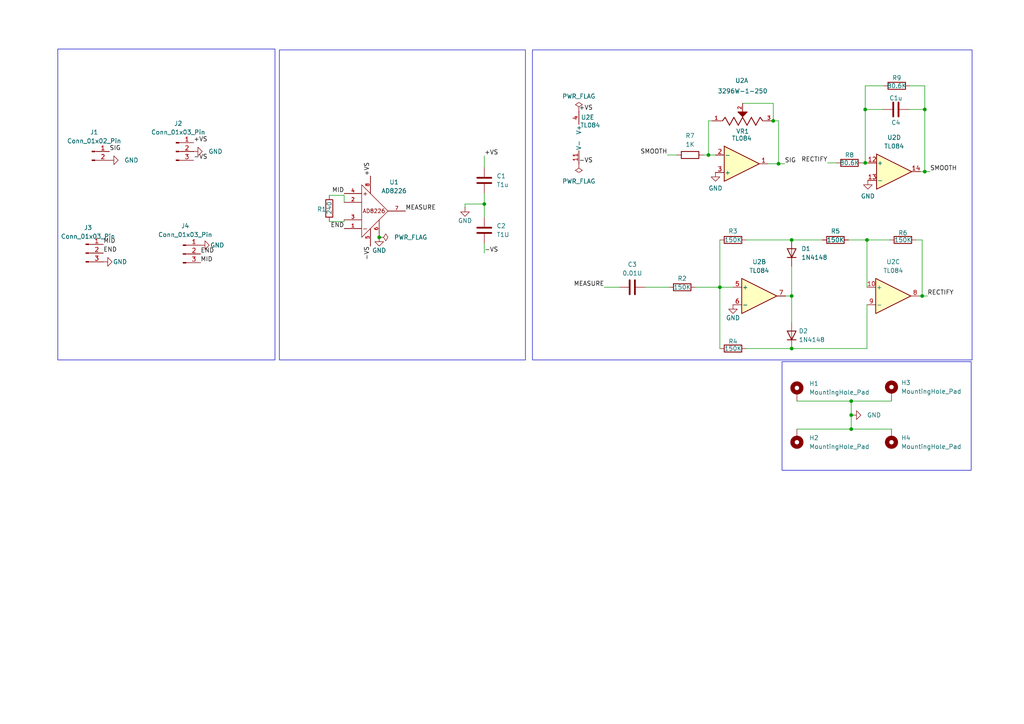
<source format=kicad_sch>
(kicad_sch
	(version 20250114)
	(generator "eeschema")
	(generator_version "9.0")
	(uuid "5de23621-8559-41e1-a13d-87dc2ebedc8b")
	(paper "A4")
	(title_block
		(title "EMG SENSOR")
		(date "2026-01-22")
		(rev "1")
		(company "THILAK &Co")
	)
	(lib_symbols
		(symbol "3296W-1-250:3296W-1-250"
			(pin_names
				(offset 1.016)
			)
			(exclude_from_sim no)
			(in_bom yes)
			(on_board yes)
			(property "Reference" "VR"
				(at -5.0871 10.1742 0)
				(effects
					(font
						(size 1.27 1.27)
					)
					(justify left bottom)
				)
			)
			(property "Value" "3296W-1-250"
				(at -5.0926 -5.0926 0)
				(effects
					(font
						(size 1.27 1.27)
					)
					(justify left bottom)
				)
			)
			(property "Footprint" "3296W-1-250:TRIM_3296W-1-250"
				(at 0 0 0)
				(effects
					(font
						(size 1.27 1.27)
					)
					(justify bottom)
					(hide yes)
				)
			)
			(property "Datasheet" ""
				(at 0 0 0)
				(effects
					(font
						(size 1.27 1.27)
					)
					(hide yes)
				)
			)
			(property "Description" ""
				(at 0 0 0)
				(effects
					(font
						(size 1.27 1.27)
					)
					(hide yes)
				)
			)
			(property "MF" "Bourns"
				(at 0 0 0)
				(effects
					(font
						(size 1.27 1.27)
					)
					(justify bottom)
					(hide yes)
				)
			)
			(property "Description_1" "TRIMMER - 3/8in SQ MT CERMET | Bourns 3296W-1-250"
				(at 0 0 0)
				(effects
					(font
						(size 1.27 1.27)
					)
					(justify bottom)
					(hide yes)
				)
			)
			(property "Package" "NON STANDARD-3 Bourns"
				(at 0 0 0)
				(effects
					(font
						(size 1.27 1.27)
					)
					(justify bottom)
					(hide yes)
				)
			)
			(property "Price" "None"
				(at 0 0 0)
				(effects
					(font
						(size 1.27 1.27)
					)
					(justify bottom)
					(hide yes)
				)
			)
			(property "Check_prices" "https://www.snapeda.com/parts/3296W-1-250/Bourns/view-part/?ref=eda"
				(at 0 0 0)
				(effects
					(font
						(size 1.27 1.27)
					)
					(justify bottom)
					(hide yes)
				)
			)
			(property "STANDARD" "Manufacturer Recommendation"
				(at 0 0 0)
				(effects
					(font
						(size 1.27 1.27)
					)
					(justify bottom)
					(hide yes)
				)
			)
			(property "PARTREV" "05/16"
				(at 0 0 0)
				(effects
					(font
						(size 1.27 1.27)
					)
					(justify bottom)
					(hide yes)
				)
			)
			(property "SnapEDA_Link" "https://www.snapeda.com/parts/3296W-1-250/Bourns/view-part/?ref=snap"
				(at 0 0 0)
				(effects
					(font
						(size 1.27 1.27)
					)
					(justify bottom)
					(hide yes)
				)
			)
			(property "MP" "3296W-1-250"
				(at 0 0 0)
				(effects
					(font
						(size 1.27 1.27)
					)
					(justify bottom)
					(hide yes)
				)
			)
			(property "Availability" "In Stock"
				(at 0 0 0)
				(effects
					(font
						(size 1.27 1.27)
					)
					(justify bottom)
					(hide yes)
				)
			)
			(property "MANUFACTURER" "Bourns"
				(at 0 0 0)
				(effects
					(font
						(size 1.27 1.27)
					)
					(justify bottom)
					(hide yes)
				)
			)
			(symbol "3296W-1-250_0_0"
				(polyline
					(pts
						(xy -6.35 0) (xy -5.842 0)
					)
					(stroke
						(width 0.1524)
						(type default)
					)
					(fill
						(type none)
					)
				)
				(polyline
					(pts
						(xy -5.842 0) (xy -5.08 1.016)
					)
					(stroke
						(width 0.254)
						(type default)
					)
					(fill
						(type none)
					)
				)
				(polyline
					(pts
						(xy -5.08 1.016) (xy -3.81 -1.27)
					)
					(stroke
						(width 0.254)
						(type default)
					)
					(fill
						(type none)
					)
				)
				(polyline
					(pts
						(xy -3.81 -1.27) (xy -2.54 1.016)
					)
					(stroke
						(width 0.254)
						(type default)
					)
					(fill
						(type none)
					)
				)
				(polyline
					(pts
						(xy -2.54 1.016) (xy -1.27 -1.27)
					)
					(stroke
						(width 0.254)
						(type default)
					)
					(fill
						(type none)
					)
				)
				(polyline
					(pts
						(xy -1.27 2.54) (xy 1.27 2.54)
					)
					(stroke
						(width 0.254)
						(type default)
					)
					(fill
						(type none)
					)
				)
				(polyline
					(pts
						(xy -1.27 2.54) (xy 1.27 2.54) (xy 0 1.27) (xy -1.27 2.54)
					)
					(stroke
						(width 0.254)
						(type default)
					)
					(fill
						(type outline)
					)
				)
				(polyline
					(pts
						(xy -1.27 -1.27) (xy 0 1.016)
					)
					(stroke
						(width 0.254)
						(type default)
					)
					(fill
						(type none)
					)
				)
				(polyline
					(pts
						(xy 0 1.27) (xy -1.27 2.54)
					)
					(stroke
						(width 0.254)
						(type default)
					)
					(fill
						(type none)
					)
				)
				(polyline
					(pts
						(xy 0 1.016) (xy 1.27 -1.27)
					)
					(stroke
						(width 0.254)
						(type default)
					)
					(fill
						(type none)
					)
				)
				(polyline
					(pts
						(xy 1.27 2.54) (xy 0 1.27)
					)
					(stroke
						(width 0.254)
						(type default)
					)
					(fill
						(type none)
					)
				)
				(polyline
					(pts
						(xy 1.27 -1.27) (xy 2.54 1.016)
					)
					(stroke
						(width 0.254)
						(type default)
					)
					(fill
						(type none)
					)
				)
				(polyline
					(pts
						(xy 2.54 1.016) (xy 3.81 -1.27)
					)
					(stroke
						(width 0.254)
						(type default)
					)
					(fill
						(type none)
					)
				)
				(polyline
					(pts
						(xy 3.81 -1.27) (xy 5.08 1.016)
					)
					(stroke
						(width 0.254)
						(type default)
					)
					(fill
						(type none)
					)
				)
				(polyline
					(pts
						(xy 5.842 0) (xy 5.08 1.016)
					)
					(stroke
						(width 0.254)
						(type default)
					)
					(fill
						(type none)
					)
				)
				(polyline
					(pts
						(xy 5.842 0) (xy 6.35 0)
					)
					(stroke
						(width 0.1524)
						(type default)
					)
					(fill
						(type none)
					)
				)
				(pin passive line
					(at -8.89 0 0)
					(length 2.54)
					(name "~"
						(effects
							(font
								(size 1.016 1.016)
							)
						)
					)
					(number "1"
						(effects
							(font
								(size 1.016 1.016)
							)
						)
					)
				)
				(pin passive line
					(at 0 5.08 270)
					(length 2.54)
					(name "~"
						(effects
							(font
								(size 1.016 1.016)
							)
						)
					)
					(number "2"
						(effects
							(font
								(size 1.016 1.016)
							)
						)
					)
				)
				(pin passive line
					(at 8.89 0 180)
					(length 2.54)
					(name "~"
						(effects
							(font
								(size 1.016 1.016)
							)
						)
					)
					(number "3"
						(effects
							(font
								(size 1.016 1.016)
							)
						)
					)
				)
			)
			(embedded_fonts no)
		)
		(symbol "AD8226:AD8226"
			(pin_names
				(offset 1.016)
			)
			(exclude_from_sim no)
			(in_bom yes)
			(on_board yes)
			(property "Reference" "U?"
				(at 22.098 -9.398 0)
				(effects
					(font
						(size 1.27 1.27)
					)
				)
			)
			(property "Value" "AD8226"
				(at 22.098 -11.938 0)
				(effects
					(font
						(size 1.27 1.27)
					)
				)
			)
			(property "Footprint" "AD8226:AD8226"
				(at 18.288 -18.542 0)
				(effects
					(font
						(size 1.27 1.27)
					)
					(justify bottom)
					(hide yes)
				)
			)
			(property "Datasheet" ""
				(at 0 0 0)
				(effects
					(font
						(size 1.27 1.27)
					)
					(hide yes)
				)
			)
			(property "Description" ""
				(at 0 0 0)
				(effects
					(font
						(size 1.27 1.27)
					)
					(hide yes)
				)
			)
			(property "purpose" ""
				(at 0 0 0)
				(effects
					(font
						(size 1.27 1.27)
					)
					(hide yes)
				)
			)
			(property "MF" "Analog Devices"
				(at 18.288 -18.542 0)
				(effects
					(font
						(size 1.27 1.27)
					)
					(justify bottom)
					(hide yes)
				)
			)
			(property "Description_1" "Instrumentation Amplifiers Precision InAmp"
				(at 18.288 -18.542 0)
				(effects
					(font
						(size 1.27 1.27)
					)
					(justify bottom)
					(hide yes)
				)
			)
			(property "Package" "None"
				(at 18.288 -18.542 0)
				(effects
					(font
						(size 1.27 1.27)
					)
					(justify bottom)
					(hide yes)
				)
			)
			(property "Price" "None"
				(at 18.288 -18.542 0)
				(effects
					(font
						(size 1.27 1.27)
					)
					(justify bottom)
					(hide yes)
				)
			)
			(property "SnapEDA_Link" "https://www.snapeda.com/parts/AD8226/Analog+Devices/view-part/?ref=snap"
				(at 18.288 -18.542 0)
				(effects
					(font
						(size 1.27 1.27)
					)
					(justify bottom)
					(hide yes)
				)
			)
			(property "MP" "AD8226"
				(at 18.288 -18.542 0)
				(effects
					(font
						(size 1.27 1.27)
					)
					(justify bottom)
					(hide yes)
				)
			)
			(property "Availability" "In Stock"
				(at 18.288 -18.542 0)
				(effects
					(font
						(size 1.27 1.27)
					)
					(justify bottom)
					(hide yes)
				)
			)
			(property "Check_prices" "https://www.snapeda.com/parts/AD8226/Analog+Devices/view-part/?ref=eda"
				(at 18.288 -18.542 0)
				(effects
					(font
						(size 1.27 1.27)
					)
					(justify bottom)
					(hide yes)
				)
			)
			(symbol "AD8226_0_0"
				(text "+"
					(at 13.716 -12.7 0)
					(effects
						(font
							(size 1.27 1.27)
						)
					)
				)
				(text "-"
					(at 13.716 -22.86 0)
					(effects
						(font
							(size 1.27 1.27)
						)
					)
				)
				(pin bidirectional line
					(at 7.62 -12.7 0)
					(length 5.08)
					(name "~"
						(effects
							(font
								(size 1.016 1.016)
							)
						)
					)
					(number "4"
						(effects
							(font
								(size 1.016 1.016)
							)
						)
					)
				)
				(pin bidirectional line
					(at 7.62 -15.24 0)
					(length 5.08)
					(name "~"
						(effects
							(font
								(size 1.016 1.016)
							)
						)
					)
					(number "2"
						(effects
							(font
								(size 1.016 1.016)
							)
						)
					)
				)
				(pin bidirectional line
					(at 7.62 -20.32 0)
					(length 5.08)
					(name "~"
						(effects
							(font
								(size 1.016 1.016)
							)
						)
					)
					(number "3"
						(effects
							(font
								(size 1.016 1.016)
							)
						)
					)
				)
				(pin bidirectional line
					(at 7.62 -22.86 0)
					(length 5.08)
					(name "~"
						(effects
							(font
								(size 1.016 1.016)
							)
						)
					)
					(number "1"
						(effects
							(font
								(size 1.016 1.016)
							)
						)
					)
				)
				(pin bidirectional line
					(at 15.24 -7.62 270)
					(length 5.08)
					(name "~"
						(effects
							(font
								(size 1.016 1.016)
							)
						)
					)
					(number "8"
						(effects
							(font
								(size 1.016 1.016)
							)
						)
					)
				)
				(pin bidirectional line
					(at 15.24 -27.94 90)
					(length 5.08)
					(name "~"
						(effects
							(font
								(size 1.016 1.016)
							)
						)
					)
					(number "5"
						(effects
							(font
								(size 1.016 1.016)
							)
						)
					)
				)
				(pin bidirectional line
					(at 17.78 -25.4 90)
					(length 5.08)
					(name "~"
						(effects
							(font
								(size 1.016 1.016)
							)
						)
					)
					(number "6"
						(effects
							(font
								(size 1.016 1.016)
							)
						)
					)
				)
				(pin bidirectional line
					(at 25.4 -17.78 180)
					(length 5.08)
					(name "~"
						(effects
							(font
								(size 1.016 1.016)
							)
						)
					)
					(number "7"
						(effects
							(font
								(size 1.016 1.016)
							)
						)
					)
				)
			)
			(symbol "AD8226_0_1"
				(polyline
					(pts
						(xy 12.7 -10.16) (xy 20.32 -17.78) (xy 12.7 -25.4) (xy 12.7 -10.16)
					)
					(stroke
						(width 0)
						(type default)
					)
					(fill
						(type none)
					)
				)
			)
			(symbol "AD8226_1_1"
				(text "AD8226"
					(at 16.256 -17.78 0)
					(effects
						(font
							(size 1.143 1.143)
						)
					)
				)
			)
			(embedded_fonts no)
		)
		(symbol "Amplifier_Operational:TL084"
			(pin_names
				(offset 0.127)
			)
			(exclude_from_sim no)
			(in_bom yes)
			(on_board yes)
			(property "Reference" "U2"
				(at 0 9.906 0)
				(effects
					(font
						(size 1.27 1.27)
					)
				)
			)
			(property "Value" "TL084"
				(at 0 7.366 0)
				(effects
					(font
						(size 1.27 1.27)
					)
				)
			)
			(property "Footprint" ""
				(at -1.27 2.54 0)
				(effects
					(font
						(size 1.27 1.27)
					)
					(hide yes)
				)
			)
			(property "Datasheet" "http://www.ti.com/lit/ds/symlink/tl081.pdf"
				(at 1.27 5.08 0)
				(effects
					(font
						(size 1.27 1.27)
					)
					(hide yes)
				)
			)
			(property "Description" "Quad JFET-Input Operational Amplifiers, DIP-14/SOIC-14/SSOP-14"
				(at 0 0 0)
				(effects
					(font
						(size 1.27 1.27)
					)
					(hide yes)
				)
			)
			(property "purpose" ""
				(at 0 0 0)
				(effects
					(font
						(size 1.27 1.27)
					)
					(hide yes)
				)
			)
			(property "ki_locked" ""
				(at 0 0 0)
				(effects
					(font
						(size 1.27 1.27)
					)
				)
			)
			(property "ki_keywords" "quad opamp"
				(at 0 0 0)
				(effects
					(font
						(size 1.27 1.27)
					)
					(hide yes)
				)
			)
			(property "ki_fp_filters" "SOIC*3.9x8.7mm*P1.27mm* DIP*W7.62mm* TSSOP*4.4x5mm*P0.65mm* SSOP*5.3x6.2mm*P0.65mm* MSOP*3x3mm*P0.5mm*"
				(at 0 0 0)
				(effects
					(font
						(size 1.27 1.27)
					)
					(hide yes)
				)
			)
			(symbol "TL084_1_1"
				(polyline
					(pts
						(xy -5.08 5.08) (xy 5.08 0) (xy -5.08 -5.08) (xy -5.08 5.08)
					)
					(stroke
						(width 0.254)
						(type default)
					)
					(fill
						(type background)
					)
				)
				(pin input line
					(at -7.62 2.54 0)
					(length 2.54)
					(name "-"
						(effects
							(font
								(size 1.27 1.27)
							)
						)
					)
					(number "2"
						(effects
							(font
								(size 1.27 1.27)
							)
						)
					)
				)
				(pin input line
					(at -7.62 -2.54 0)
					(length 2.54)
					(name "+"
						(effects
							(font
								(size 1.27 1.27)
							)
						)
					)
					(number "3"
						(effects
							(font
								(size 1.27 1.27)
							)
						)
					)
				)
				(pin output line
					(at 7.62 0 180)
					(length 2.54)
					(name "~"
						(effects
							(font
								(size 1.27 1.27)
							)
						)
					)
					(number "1"
						(effects
							(font
								(size 1.27 1.27)
							)
						)
					)
				)
			)
			(symbol "TL084_2_1"
				(polyline
					(pts
						(xy -5.08 5.08) (xy 5.08 0) (xy -5.08 -5.08) (xy -5.08 5.08)
					)
					(stroke
						(width 0.254)
						(type default)
					)
					(fill
						(type background)
					)
				)
				(pin input line
					(at -7.62 2.54 0)
					(length 2.54)
					(name "+"
						(effects
							(font
								(size 1.27 1.27)
							)
						)
					)
					(number "5"
						(effects
							(font
								(size 1.27 1.27)
							)
						)
					)
				)
				(pin input line
					(at -7.62 -2.54 0)
					(length 2.54)
					(name "-"
						(effects
							(font
								(size 1.27 1.27)
							)
						)
					)
					(number "6"
						(effects
							(font
								(size 1.27 1.27)
							)
						)
					)
				)
				(pin output line
					(at 7.62 0 180)
					(length 2.54)
					(name "~"
						(effects
							(font
								(size 1.27 1.27)
							)
						)
					)
					(number "7"
						(effects
							(font
								(size 1.27 1.27)
							)
						)
					)
				)
			)
			(symbol "TL084_3_1"
				(polyline
					(pts
						(xy -5.08 5.08) (xy 5.08 0) (xy -5.08 -5.08) (xy -5.08 5.08)
					)
					(stroke
						(width 0.254)
						(type default)
					)
					(fill
						(type background)
					)
				)
				(pin input line
					(at -7.62 2.54 0)
					(length 2.54)
					(name "+"
						(effects
							(font
								(size 1.27 1.27)
							)
						)
					)
					(number "10"
						(effects
							(font
								(size 1.27 1.27)
							)
						)
					)
				)
				(pin input line
					(at -7.62 -2.54 0)
					(length 2.54)
					(name "-"
						(effects
							(font
								(size 1.27 1.27)
							)
						)
					)
					(number "9"
						(effects
							(font
								(size 1.27 1.27)
							)
						)
					)
				)
				(pin output line
					(at 7.62 0 180)
					(length 2.54)
					(name "~"
						(effects
							(font
								(size 1.27 1.27)
							)
						)
					)
					(number "8"
						(effects
							(font
								(size 1.27 1.27)
							)
						)
					)
				)
			)
			(symbol "TL084_4_1"
				(polyline
					(pts
						(xy -5.08 5.08) (xy 5.08 0) (xy -5.08 -5.08) (xy -5.08 5.08)
					)
					(stroke
						(width 0.254)
						(type default)
					)
					(fill
						(type background)
					)
				)
				(pin input line
					(at -7.62 2.54 0)
					(length 2.54)
					(name "+"
						(effects
							(font
								(size 1.27 1.27)
							)
						)
					)
					(number "12"
						(effects
							(font
								(size 1.27 1.27)
							)
						)
					)
				)
				(pin input line
					(at -7.62 -2.54 0)
					(length 2.54)
					(name "-"
						(effects
							(font
								(size 1.27 1.27)
							)
						)
					)
					(number "13"
						(effects
							(font
								(size 1.27 1.27)
							)
						)
					)
				)
				(pin output line
					(at 7.62 0 180)
					(length 2.54)
					(name "~"
						(effects
							(font
								(size 1.27 1.27)
							)
						)
					)
					(number "14"
						(effects
							(font
								(size 1.27 1.27)
							)
						)
					)
				)
			)
			(symbol "TL084_5_1"
				(pin power_in line
					(at -2.54 7.62 270)
					(length 3.81)
					(name "V+"
						(effects
							(font
								(size 1.27 1.27)
							)
						)
					)
					(number "4"
						(effects
							(font
								(size 1.27 1.27)
							)
						)
					)
				)
				(pin power_in line
					(at -2.54 -7.62 90)
					(length 3.81)
					(name "V-"
						(effects
							(font
								(size 1.27 1.27)
							)
						)
					)
					(number "11"
						(effects
							(font
								(size 1.27 1.27)
							)
						)
					)
				)
			)
			(embedded_fonts no)
		)
		(symbol "Connector:Conn_01x02_Pin"
			(pin_names
				(offset 1.016)
				(hide yes)
			)
			(exclude_from_sim no)
			(in_bom yes)
			(on_board yes)
			(property "Reference" "J"
				(at 0 2.54 0)
				(effects
					(font
						(size 1.27 1.27)
					)
				)
			)
			(property "Value" "Conn_01x02_Pin"
				(at 0 -5.08 0)
				(effects
					(font
						(size 1.27 1.27)
					)
				)
			)
			(property "Footprint" ""
				(at 0 0 0)
				(effects
					(font
						(size 1.27 1.27)
					)
					(hide yes)
				)
			)
			(property "Datasheet" "~"
				(at 0 0 0)
				(effects
					(font
						(size 1.27 1.27)
					)
					(hide yes)
				)
			)
			(property "Description" "Generic connector, single row, 01x02, script generated"
				(at 0 0 0)
				(effects
					(font
						(size 1.27 1.27)
					)
					(hide yes)
				)
			)
			(property "ki_locked" ""
				(at 0 0 0)
				(effects
					(font
						(size 1.27 1.27)
					)
				)
			)
			(property "ki_keywords" "connector"
				(at 0 0 0)
				(effects
					(font
						(size 1.27 1.27)
					)
					(hide yes)
				)
			)
			(property "ki_fp_filters" "Connector*:*_1x??_*"
				(at 0 0 0)
				(effects
					(font
						(size 1.27 1.27)
					)
					(hide yes)
				)
			)
			(symbol "Conn_01x02_Pin_1_1"
				(rectangle
					(start 0.8636 0.127)
					(end 0 -0.127)
					(stroke
						(width 0.1524)
						(type default)
					)
					(fill
						(type outline)
					)
				)
				(rectangle
					(start 0.8636 -2.413)
					(end 0 -2.667)
					(stroke
						(width 0.1524)
						(type default)
					)
					(fill
						(type outline)
					)
				)
				(polyline
					(pts
						(xy 1.27 0) (xy 0.8636 0)
					)
					(stroke
						(width 0.1524)
						(type default)
					)
					(fill
						(type none)
					)
				)
				(polyline
					(pts
						(xy 1.27 -2.54) (xy 0.8636 -2.54)
					)
					(stroke
						(width 0.1524)
						(type default)
					)
					(fill
						(type none)
					)
				)
				(pin passive line
					(at 5.08 0 180)
					(length 3.81)
					(name "Pin_1"
						(effects
							(font
								(size 1.27 1.27)
							)
						)
					)
					(number "1"
						(effects
							(font
								(size 1.27 1.27)
							)
						)
					)
				)
				(pin passive line
					(at 5.08 -2.54 180)
					(length 3.81)
					(name "Pin_2"
						(effects
							(font
								(size 1.27 1.27)
							)
						)
					)
					(number "2"
						(effects
							(font
								(size 1.27 1.27)
							)
						)
					)
				)
			)
			(embedded_fonts no)
		)
		(symbol "Connector:Conn_01x03_Pin"
			(pin_names
				(offset 1.016)
				(hide yes)
			)
			(exclude_from_sim no)
			(in_bom yes)
			(on_board yes)
			(property "Reference" "J"
				(at 0 5.08 0)
				(effects
					(font
						(size 1.27 1.27)
					)
				)
			)
			(property "Value" "Conn_01x03_Pin"
				(at 0 -5.08 0)
				(effects
					(font
						(size 1.27 1.27)
					)
				)
			)
			(property "Footprint" ""
				(at 0 0 0)
				(effects
					(font
						(size 1.27 1.27)
					)
					(hide yes)
				)
			)
			(property "Datasheet" "~"
				(at 0 0 0)
				(effects
					(font
						(size 1.27 1.27)
					)
					(hide yes)
				)
			)
			(property "Description" "Generic connector, single row, 01x03, script generated"
				(at 0 0 0)
				(effects
					(font
						(size 1.27 1.27)
					)
					(hide yes)
				)
			)
			(property "ki_locked" ""
				(at 0 0 0)
				(effects
					(font
						(size 1.27 1.27)
					)
				)
			)
			(property "ki_keywords" "connector"
				(at 0 0 0)
				(effects
					(font
						(size 1.27 1.27)
					)
					(hide yes)
				)
			)
			(property "ki_fp_filters" "Connector*:*_1x??_*"
				(at 0 0 0)
				(effects
					(font
						(size 1.27 1.27)
					)
					(hide yes)
				)
			)
			(symbol "Conn_01x03_Pin_1_1"
				(rectangle
					(start 0.8636 2.667)
					(end 0 2.413)
					(stroke
						(width 0.1524)
						(type default)
					)
					(fill
						(type outline)
					)
				)
				(rectangle
					(start 0.8636 0.127)
					(end 0 -0.127)
					(stroke
						(width 0.1524)
						(type default)
					)
					(fill
						(type outline)
					)
				)
				(rectangle
					(start 0.8636 -2.413)
					(end 0 -2.667)
					(stroke
						(width 0.1524)
						(type default)
					)
					(fill
						(type outline)
					)
				)
				(polyline
					(pts
						(xy 1.27 2.54) (xy 0.8636 2.54)
					)
					(stroke
						(width 0.1524)
						(type default)
					)
					(fill
						(type none)
					)
				)
				(polyline
					(pts
						(xy 1.27 0) (xy 0.8636 0)
					)
					(stroke
						(width 0.1524)
						(type default)
					)
					(fill
						(type none)
					)
				)
				(polyline
					(pts
						(xy 1.27 -2.54) (xy 0.8636 -2.54)
					)
					(stroke
						(width 0.1524)
						(type default)
					)
					(fill
						(type none)
					)
				)
				(pin passive line
					(at 5.08 2.54 180)
					(length 3.81)
					(name "Pin_1"
						(effects
							(font
								(size 1.27 1.27)
							)
						)
					)
					(number "1"
						(effects
							(font
								(size 1.27 1.27)
							)
						)
					)
				)
				(pin passive line
					(at 5.08 0 180)
					(length 3.81)
					(name "Pin_2"
						(effects
							(font
								(size 1.27 1.27)
							)
						)
					)
					(number "2"
						(effects
							(font
								(size 1.27 1.27)
							)
						)
					)
				)
				(pin passive line
					(at 5.08 -2.54 180)
					(length 3.81)
					(name "Pin_3"
						(effects
							(font
								(size 1.27 1.27)
							)
						)
					)
					(number "3"
						(effects
							(font
								(size 1.27 1.27)
							)
						)
					)
				)
			)
			(embedded_fonts no)
		)
		(symbol "Device:C"
			(pin_numbers
				(hide yes)
			)
			(pin_names
				(offset 0.254)
			)
			(exclude_from_sim no)
			(in_bom yes)
			(on_board yes)
			(property "Reference" "C"
				(at 0.635 2.54 0)
				(effects
					(font
						(size 1.27 1.27)
					)
					(justify left)
				)
			)
			(property "Value" "C"
				(at 0.635 -2.54 0)
				(effects
					(font
						(size 1.27 1.27)
					)
					(justify left)
				)
			)
			(property "Footprint" ""
				(at 0.9652 -3.81 0)
				(effects
					(font
						(size 1.27 1.27)
					)
					(hide yes)
				)
			)
			(property "Datasheet" "~"
				(at 0 0 0)
				(effects
					(font
						(size 1.27 1.27)
					)
					(hide yes)
				)
			)
			(property "Description" "Unpolarized capacitor"
				(at 0 0 0)
				(effects
					(font
						(size 1.27 1.27)
					)
					(hide yes)
				)
			)
			(property "ki_keywords" "cap capacitor"
				(at 0 0 0)
				(effects
					(font
						(size 1.27 1.27)
					)
					(hide yes)
				)
			)
			(property "ki_fp_filters" "C_*"
				(at 0 0 0)
				(effects
					(font
						(size 1.27 1.27)
					)
					(hide yes)
				)
			)
			(symbol "C_0_1"
				(polyline
					(pts
						(xy -2.032 0.762) (xy 2.032 0.762)
					)
					(stroke
						(width 0.508)
						(type default)
					)
					(fill
						(type none)
					)
				)
				(polyline
					(pts
						(xy -2.032 -0.762) (xy 2.032 -0.762)
					)
					(stroke
						(width 0.508)
						(type default)
					)
					(fill
						(type none)
					)
				)
			)
			(symbol "C_1_1"
				(pin passive line
					(at 0 3.81 270)
					(length 2.794)
					(name "~"
						(effects
							(font
								(size 1.27 1.27)
							)
						)
					)
					(number "1"
						(effects
							(font
								(size 1.27 1.27)
							)
						)
					)
				)
				(pin passive line
					(at 0 -3.81 90)
					(length 2.794)
					(name "~"
						(effects
							(font
								(size 1.27 1.27)
							)
						)
					)
					(number "2"
						(effects
							(font
								(size 1.27 1.27)
							)
						)
					)
				)
			)
			(embedded_fonts no)
		)
		(symbol "Device:R"
			(pin_numbers
				(hide yes)
			)
			(pin_names
				(offset 0)
			)
			(exclude_from_sim no)
			(in_bom yes)
			(on_board yes)
			(property "Reference" "R"
				(at 2.032 0 90)
				(effects
					(font
						(size 1.27 1.27)
					)
				)
			)
			(property "Value" "R"
				(at 0 0 90)
				(effects
					(font
						(size 1.27 1.27)
					)
				)
			)
			(property "Footprint" ""
				(at -1.778 0 90)
				(effects
					(font
						(size 1.27 1.27)
					)
					(hide yes)
				)
			)
			(property "Datasheet" "~"
				(at 0 0 0)
				(effects
					(font
						(size 1.27 1.27)
					)
					(hide yes)
				)
			)
			(property "Description" "Resistor"
				(at 0 0 0)
				(effects
					(font
						(size 1.27 1.27)
					)
					(hide yes)
				)
			)
			(property "ki_keywords" "R res resistor"
				(at 0 0 0)
				(effects
					(font
						(size 1.27 1.27)
					)
					(hide yes)
				)
			)
			(property "ki_fp_filters" "R_*"
				(at 0 0 0)
				(effects
					(font
						(size 1.27 1.27)
					)
					(hide yes)
				)
			)
			(symbol "R_0_1"
				(rectangle
					(start -1.016 -2.54)
					(end 1.016 2.54)
					(stroke
						(width 0.254)
						(type default)
					)
					(fill
						(type none)
					)
				)
			)
			(symbol "R_1_1"
				(pin passive line
					(at 0 3.81 270)
					(length 1.27)
					(name "~"
						(effects
							(font
								(size 1.27 1.27)
							)
						)
					)
					(number "1"
						(effects
							(font
								(size 1.27 1.27)
							)
						)
					)
				)
				(pin passive line
					(at 0 -3.81 90)
					(length 1.27)
					(name "~"
						(effects
							(font
								(size 1.27 1.27)
							)
						)
					)
					(number "2"
						(effects
							(font
								(size 1.27 1.27)
							)
						)
					)
				)
			)
			(embedded_fonts no)
		)
		(symbol "Diode:1N4148"
			(pin_numbers
				(hide yes)
			)
			(pin_names
				(hide yes)
			)
			(exclude_from_sim no)
			(in_bom yes)
			(on_board yes)
			(property "Reference" "D"
				(at 0 2.54 0)
				(effects
					(font
						(size 1.27 1.27)
					)
				)
			)
			(property "Value" "1N4148"
				(at 0 -2.54 0)
				(effects
					(font
						(size 1.27 1.27)
					)
				)
			)
			(property "Footprint" "Diode_THT:D_DO-35_SOD27_P7.62mm_Horizontal"
				(at 0 0 0)
				(effects
					(font
						(size 1.27 1.27)
					)
					(hide yes)
				)
			)
			(property "Datasheet" "https://assets.nexperia.com/documents/data-sheet/1N4148_1N4448.pdf"
				(at 0 0 0)
				(effects
					(font
						(size 1.27 1.27)
					)
					(hide yes)
				)
			)
			(property "Description" "100V 0.15A standard switching diode, DO-35"
				(at 0 0 0)
				(effects
					(font
						(size 1.27 1.27)
					)
					(hide yes)
				)
			)
			(property "Sim.Device" "D"
				(at 0 0 0)
				(effects
					(font
						(size 1.27 1.27)
					)
					(hide yes)
				)
			)
			(property "Sim.Pins" "1=K 2=A"
				(at 0 0 0)
				(effects
					(font
						(size 1.27 1.27)
					)
					(hide yes)
				)
			)
			(property "ki_keywords" "diode"
				(at 0 0 0)
				(effects
					(font
						(size 1.27 1.27)
					)
					(hide yes)
				)
			)
			(property "ki_fp_filters" "D*DO?35*"
				(at 0 0 0)
				(effects
					(font
						(size 1.27 1.27)
					)
					(hide yes)
				)
			)
			(symbol "1N4148_0_1"
				(polyline
					(pts
						(xy -1.27 1.27) (xy -1.27 -1.27)
					)
					(stroke
						(width 0.254)
						(type default)
					)
					(fill
						(type none)
					)
				)
				(polyline
					(pts
						(xy 1.27 1.27) (xy 1.27 -1.27) (xy -1.27 0) (xy 1.27 1.27)
					)
					(stroke
						(width 0.254)
						(type default)
					)
					(fill
						(type none)
					)
				)
				(polyline
					(pts
						(xy 1.27 0) (xy -1.27 0)
					)
					(stroke
						(width 0)
						(type default)
					)
					(fill
						(type none)
					)
				)
			)
			(symbol "1N4148_1_1"
				(pin passive line
					(at -3.81 0 0)
					(length 2.54)
					(name "K"
						(effects
							(font
								(size 1.27 1.27)
							)
						)
					)
					(number "1"
						(effects
							(font
								(size 1.27 1.27)
							)
						)
					)
				)
				(pin passive line
					(at 3.81 0 180)
					(length 2.54)
					(name "A"
						(effects
							(font
								(size 1.27 1.27)
							)
						)
					)
					(number "2"
						(effects
							(font
								(size 1.27 1.27)
							)
						)
					)
				)
			)
			(embedded_fonts no)
		)
		(symbol "Mechanical:MountingHole_Pad"
			(pin_numbers
				(hide yes)
			)
			(pin_names
				(offset 1.016)
				(hide yes)
			)
			(exclude_from_sim no)
			(in_bom no)
			(on_board yes)
			(property "Reference" "H"
				(at 0 6.35 0)
				(effects
					(font
						(size 1.27 1.27)
					)
				)
			)
			(property "Value" "MountingHole_Pad"
				(at 0 4.445 0)
				(effects
					(font
						(size 1.27 1.27)
					)
				)
			)
			(property "Footprint" ""
				(at 0 0 0)
				(effects
					(font
						(size 1.27 1.27)
					)
					(hide yes)
				)
			)
			(property "Datasheet" "~"
				(at 0 0 0)
				(effects
					(font
						(size 1.27 1.27)
					)
					(hide yes)
				)
			)
			(property "Description" "Mounting Hole with connection"
				(at 0 0 0)
				(effects
					(font
						(size 1.27 1.27)
					)
					(hide yes)
				)
			)
			(property "ki_keywords" "mounting hole"
				(at 0 0 0)
				(effects
					(font
						(size 1.27 1.27)
					)
					(hide yes)
				)
			)
			(property "ki_fp_filters" "MountingHole*Pad*"
				(at 0 0 0)
				(effects
					(font
						(size 1.27 1.27)
					)
					(hide yes)
				)
			)
			(symbol "MountingHole_Pad_0_1"
				(circle
					(center 0 1.27)
					(radius 1.27)
					(stroke
						(width 1.27)
						(type default)
					)
					(fill
						(type none)
					)
				)
			)
			(symbol "MountingHole_Pad_1_1"
				(pin input line
					(at 0 -2.54 90)
					(length 2.54)
					(name "1"
						(effects
							(font
								(size 1.27 1.27)
							)
						)
					)
					(number "1"
						(effects
							(font
								(size 1.27 1.27)
							)
						)
					)
				)
			)
			(embedded_fonts no)
		)
		(symbol "TL084_1"
			(pin_names
				(offset 0.127)
			)
			(exclude_from_sim no)
			(in_bom yes)
			(on_board yes)
			(property "Reference" "U2"
				(at 0 9.906 0)
				(effects
					(font
						(size 1.27 1.27)
					)
				)
			)
			(property "Value" "TL084"
				(at 0 7.366 0)
				(effects
					(font
						(size 1.27 1.27)
					)
				)
			)
			(property "Footprint" ""
				(at -1.27 2.54 0)
				(effects
					(font
						(size 1.27 1.27)
					)
					(hide yes)
				)
			)
			(property "Datasheet" "http://www.ti.com/lit/ds/symlink/tl081.pdf"
				(at 1.27 5.08 0)
				(effects
					(font
						(size 1.27 1.27)
					)
					(hide yes)
				)
			)
			(property "Description" "Quad JFET-Input Operational Amplifiers, DIP-14/SOIC-14/SSOP-14"
				(at 0 0 0)
				(effects
					(font
						(size 1.27 1.27)
					)
					(hide yes)
				)
			)
			(property "purpose" ""
				(at 0 0 0)
				(effects
					(font
						(size 1.27 1.27)
					)
					(hide yes)
				)
			)
			(property "ki_locked" ""
				(at 0 0 0)
				(effects
					(font
						(size 1.27 1.27)
					)
				)
			)
			(property "ki_keywords" "quad opamp"
				(at 0 0 0)
				(effects
					(font
						(size 1.27 1.27)
					)
					(hide yes)
				)
			)
			(property "ki_fp_filters" "SOIC*3.9x8.7mm*P1.27mm* DIP*W7.62mm* TSSOP*4.4x5mm*P0.65mm* SSOP*5.3x6.2mm*P0.65mm* MSOP*3x3mm*P0.5mm*"
				(at 0 0 0)
				(effects
					(font
						(size 1.27 1.27)
					)
					(hide yes)
				)
			)
			(symbol "TL084_1_1_1"
				(polyline
					(pts
						(xy -5.08 5.08) (xy 5.08 0) (xy -5.08 -5.08) (xy -5.08 5.08)
					)
					(stroke
						(width 0.254)
						(type default)
					)
					(fill
						(type background)
					)
				)
				(pin input line
					(at -7.62 2.54 0)
					(length 2.54)
					(name "-"
						(effects
							(font
								(size 1.27 1.27)
							)
						)
					)
					(number "2"
						(effects
							(font
								(size 1.27 1.27)
							)
						)
					)
				)
				(pin input line
					(at -7.62 -2.54 0)
					(length 2.54)
					(name "+"
						(effects
							(font
								(size 1.27 1.27)
							)
						)
					)
					(number "3"
						(effects
							(font
								(size 1.27 1.27)
							)
						)
					)
				)
				(pin output line
					(at 7.62 0 180)
					(length 2.54)
					(name "~"
						(effects
							(font
								(size 1.27 1.27)
							)
						)
					)
					(number "1"
						(effects
							(font
								(size 1.27 1.27)
							)
						)
					)
				)
			)
			(symbol "TL084_1_2_1"
				(polyline
					(pts
						(xy -5.08 5.08) (xy 5.08 0) (xy -5.08 -5.08) (xy -5.08 5.08)
					)
					(stroke
						(width 0.254)
						(type default)
					)
					(fill
						(type background)
					)
				)
				(pin input line
					(at -7.62 2.54 0)
					(length 2.54)
					(name "+"
						(effects
							(font
								(size 1.27 1.27)
							)
						)
					)
					(number "5"
						(effects
							(font
								(size 1.27 1.27)
							)
						)
					)
				)
				(pin input line
					(at -7.62 -2.54 0)
					(length 2.54)
					(name "-"
						(effects
							(font
								(size 1.27 1.27)
							)
						)
					)
					(number "6"
						(effects
							(font
								(size 1.27 1.27)
							)
						)
					)
				)
				(pin output line
					(at 7.62 0 180)
					(length 2.54)
					(name "~"
						(effects
							(font
								(size 1.27 1.27)
							)
						)
					)
					(number "7"
						(effects
							(font
								(size 1.27 1.27)
							)
						)
					)
				)
			)
			(symbol "TL084_1_3_1"
				(polyline
					(pts
						(xy -5.08 5.08) (xy 5.08 0) (xy -5.08 -5.08) (xy -5.08 5.08)
					)
					(stroke
						(width 0.254)
						(type default)
					)
					(fill
						(type background)
					)
				)
				(pin input line
					(at -7.62 2.54 0)
					(length 2.54)
					(name "+"
						(effects
							(font
								(size 1.27 1.27)
							)
						)
					)
					(number "10"
						(effects
							(font
								(size 1.27 1.27)
							)
						)
					)
				)
				(pin input line
					(at -7.62 -2.54 0)
					(length 2.54)
					(name "-"
						(effects
							(font
								(size 1.27 1.27)
							)
						)
					)
					(number "9"
						(effects
							(font
								(size 1.27 1.27)
							)
						)
					)
				)
				(pin output line
					(at 7.62 0 180)
					(length 2.54)
					(name "~"
						(effects
							(font
								(size 1.27 1.27)
							)
						)
					)
					(number "8"
						(effects
							(font
								(size 1.27 1.27)
							)
						)
					)
				)
			)
			(symbol "TL084_1_4_1"
				(polyline
					(pts
						(xy -5.08 5.08) (xy 5.08 0) (xy -5.08 -5.08) (xy -5.08 5.08)
					)
					(stroke
						(width 0.254)
						(type default)
					)
					(fill
						(type background)
					)
				)
				(pin input line
					(at -7.62 2.54 0)
					(length 2.54)
					(name "+"
						(effects
							(font
								(size 1.27 1.27)
							)
						)
					)
					(number "12"
						(effects
							(font
								(size 1.27 1.27)
							)
						)
					)
				)
				(pin input line
					(at -7.62 -2.54 0)
					(length 2.54)
					(name "-"
						(effects
							(font
								(size 1.27 1.27)
							)
						)
					)
					(number "13"
						(effects
							(font
								(size 1.27 1.27)
							)
						)
					)
				)
				(pin output line
					(at 7.62 0 180)
					(length 2.54)
					(name "~"
						(effects
							(font
								(size 1.27 1.27)
							)
						)
					)
					(number "14"
						(effects
							(font
								(size 1.27 1.27)
							)
						)
					)
				)
			)
			(symbol "TL084_1_5_1"
				(pin power_in line
					(at -2.54 7.62 270)
					(length 3.81)
					(name "V+"
						(effects
							(font
								(size 1.27 1.27)
							)
						)
					)
					(number "4"
						(effects
							(font
								(size 1.27 1.27)
							)
						)
					)
				)
				(pin power_in line
					(at -2.54 -7.62 90)
					(length 3.81)
					(name "V-"
						(effects
							(font
								(size 1.27 1.27)
							)
						)
					)
					(number "11"
						(effects
							(font
								(size 1.27 1.27)
							)
						)
					)
				)
			)
			(embedded_fonts no)
		)
		(symbol "TL084_2"
			(pin_names
				(offset 0.127)
			)
			(exclude_from_sim no)
			(in_bom yes)
			(on_board yes)
			(property "Reference" "U2"
				(at 0 9.906 0)
				(effects
					(font
						(size 1.27 1.27)
					)
				)
			)
			(property "Value" "TL084"
				(at 0 7.366 0)
				(effects
					(font
						(size 1.27 1.27)
					)
				)
			)
			(property "Footprint" ""
				(at -1.27 2.54 0)
				(effects
					(font
						(size 1.27 1.27)
					)
					(hide yes)
				)
			)
			(property "Datasheet" "http://www.ti.com/lit/ds/symlink/tl081.pdf"
				(at 1.27 5.08 0)
				(effects
					(font
						(size 1.27 1.27)
					)
					(hide yes)
				)
			)
			(property "Description" "Quad JFET-Input Operational Amplifiers, DIP-14/SOIC-14/SSOP-14"
				(at 0 0 0)
				(effects
					(font
						(size 1.27 1.27)
					)
					(hide yes)
				)
			)
			(property "purpose" ""
				(at 0 0 0)
				(effects
					(font
						(size 1.27 1.27)
					)
					(hide yes)
				)
			)
			(property "ki_locked" ""
				(at 0 0 0)
				(effects
					(font
						(size 1.27 1.27)
					)
				)
			)
			(property "ki_keywords" "quad opamp"
				(at 0 0 0)
				(effects
					(font
						(size 1.27 1.27)
					)
					(hide yes)
				)
			)
			(property "ki_fp_filters" "SOIC*3.9x8.7mm*P1.27mm* DIP*W7.62mm* TSSOP*4.4x5mm*P0.65mm* SSOP*5.3x6.2mm*P0.65mm* MSOP*3x3mm*P0.5mm*"
				(at 0 0 0)
				(effects
					(font
						(size 1.27 1.27)
					)
					(hide yes)
				)
			)
			(symbol "TL084_2_1_1"
				(polyline
					(pts
						(xy -5.08 5.08) (xy 5.08 0) (xy -5.08 -5.08) (xy -5.08 5.08)
					)
					(stroke
						(width 0.254)
						(type default)
					)
					(fill
						(type background)
					)
				)
				(pin input line
					(at -7.62 2.54 0)
					(length 2.54)
					(name "-"
						(effects
							(font
								(size 1.27 1.27)
							)
						)
					)
					(number "2"
						(effects
							(font
								(size 1.27 1.27)
							)
						)
					)
				)
				(pin input line
					(at -7.62 -2.54 0)
					(length 2.54)
					(name "+"
						(effects
							(font
								(size 1.27 1.27)
							)
						)
					)
					(number "3"
						(effects
							(font
								(size 1.27 1.27)
							)
						)
					)
				)
				(pin output line
					(at 7.62 0 180)
					(length 2.54)
					(name "~"
						(effects
							(font
								(size 1.27 1.27)
							)
						)
					)
					(number "1"
						(effects
							(font
								(size 1.27 1.27)
							)
						)
					)
				)
			)
			(symbol "TL084_2_2_1"
				(polyline
					(pts
						(xy -5.08 5.08) (xy 5.08 0) (xy -5.08 -5.08) (xy -5.08 5.08)
					)
					(stroke
						(width 0.254)
						(type default)
					)
					(fill
						(type background)
					)
				)
				(pin input line
					(at -7.62 2.54 0)
					(length 2.54)
					(name "+"
						(effects
							(font
								(size 1.27 1.27)
							)
						)
					)
					(number "5"
						(effects
							(font
								(size 1.27 1.27)
							)
						)
					)
				)
				(pin input line
					(at -7.62 -2.54 0)
					(length 2.54)
					(name "-"
						(effects
							(font
								(size 1.27 1.27)
							)
						)
					)
					(number "6"
						(effects
							(font
								(size 1.27 1.27)
							)
						)
					)
				)
				(pin output line
					(at 7.62 0 180)
					(length 2.54)
					(name "~"
						(effects
							(font
								(size 1.27 1.27)
							)
						)
					)
					(number "7"
						(effects
							(font
								(size 1.27 1.27)
							)
						)
					)
				)
			)
			(symbol "TL084_2_3_1"
				(polyline
					(pts
						(xy -5.08 5.08) (xy 5.08 0) (xy -5.08 -5.08) (xy -5.08 5.08)
					)
					(stroke
						(width 0.254)
						(type default)
					)
					(fill
						(type background)
					)
				)
				(pin input line
					(at -7.62 2.54 0)
					(length 2.54)
					(name "+"
						(effects
							(font
								(size 1.27 1.27)
							)
						)
					)
					(number "10"
						(effects
							(font
								(size 1.27 1.27)
							)
						)
					)
				)
				(pin input line
					(at -7.62 -2.54 0)
					(length 2.54)
					(name "-"
						(effects
							(font
								(size 1.27 1.27)
							)
						)
					)
					(number "9"
						(effects
							(font
								(size 1.27 1.27)
							)
						)
					)
				)
				(pin output line
					(at 7.62 0 180)
					(length 2.54)
					(name "~"
						(effects
							(font
								(size 1.27 1.27)
							)
						)
					)
					(number "8"
						(effects
							(font
								(size 1.27 1.27)
							)
						)
					)
				)
			)
			(symbol "TL084_2_4_1"
				(polyline
					(pts
						(xy -5.08 5.08) (xy 5.08 0) (xy -5.08 -5.08) (xy -5.08 5.08)
					)
					(stroke
						(width 0.254)
						(type default)
					)
					(fill
						(type background)
					)
				)
				(pin input line
					(at -7.62 2.54 0)
					(length 2.54)
					(name "+"
						(effects
							(font
								(size 1.27 1.27)
							)
						)
					)
					(number "12"
						(effects
							(font
								(size 1.27 1.27)
							)
						)
					)
				)
				(pin input line
					(at -7.62 -2.54 0)
					(length 2.54)
					(name "-"
						(effects
							(font
								(size 1.27 1.27)
							)
						)
					)
					(number "13"
						(effects
							(font
								(size 1.27 1.27)
							)
						)
					)
				)
				(pin output line
					(at 7.62 0 180)
					(length 2.54)
					(name "~"
						(effects
							(font
								(size 1.27 1.27)
							)
						)
					)
					(number "14"
						(effects
							(font
								(size 1.27 1.27)
							)
						)
					)
				)
			)
			(symbol "TL084_2_5_1"
				(pin power_in line
					(at -2.54 7.62 270)
					(length 3.81)
					(name "V+"
						(effects
							(font
								(size 1.27 1.27)
							)
						)
					)
					(number "4"
						(effects
							(font
								(size 1.27 1.27)
							)
						)
					)
				)
				(pin power_in line
					(at -2.54 -7.62 90)
					(length 3.81)
					(name "V-"
						(effects
							(font
								(size 1.27 1.27)
							)
						)
					)
					(number "11"
						(effects
							(font
								(size 1.27 1.27)
							)
						)
					)
				)
			)
			(embedded_fonts no)
		)
		(symbol "TL084_3"
			(pin_names
				(offset 0.127)
			)
			(exclude_from_sim no)
			(in_bom yes)
			(on_board yes)
			(property "Reference" "U2"
				(at 0 9.906 0)
				(effects
					(font
						(size 1.27 1.27)
					)
				)
			)
			(property "Value" "TL084"
				(at 0 7.366 0)
				(effects
					(font
						(size 1.27 1.27)
					)
				)
			)
			(property "Footprint" ""
				(at -1.27 2.54 0)
				(effects
					(font
						(size 1.27 1.27)
					)
					(hide yes)
				)
			)
			(property "Datasheet" "http://www.ti.com/lit/ds/symlink/tl081.pdf"
				(at 1.27 5.08 0)
				(effects
					(font
						(size 1.27 1.27)
					)
					(hide yes)
				)
			)
			(property "Description" "Quad JFET-Input Operational Amplifiers, DIP-14/SOIC-14/SSOP-14"
				(at 0 0 0)
				(effects
					(font
						(size 1.27 1.27)
					)
					(hide yes)
				)
			)
			(property "purpose" ""
				(at 0 0 0)
				(effects
					(font
						(size 1.27 1.27)
					)
					(hide yes)
				)
			)
			(property "ki_locked" ""
				(at 0 0 0)
				(effects
					(font
						(size 1.27 1.27)
					)
				)
			)
			(property "ki_keywords" "quad opamp"
				(at 0 0 0)
				(effects
					(font
						(size 1.27 1.27)
					)
					(hide yes)
				)
			)
			(property "ki_fp_filters" "SOIC*3.9x8.7mm*P1.27mm* DIP*W7.62mm* TSSOP*4.4x5mm*P0.65mm* SSOP*5.3x6.2mm*P0.65mm* MSOP*3x3mm*P0.5mm*"
				(at 0 0 0)
				(effects
					(font
						(size 1.27 1.27)
					)
					(hide yes)
				)
			)
			(symbol "TL084_3_1_1"
				(polyline
					(pts
						(xy -5.08 5.08) (xy 5.08 0) (xy -5.08 -5.08) (xy -5.08 5.08)
					)
					(stroke
						(width 0.254)
						(type default)
					)
					(fill
						(type background)
					)
				)
				(pin input line
					(at -7.62 2.54 0)
					(length 2.54)
					(name "-"
						(effects
							(font
								(size 1.27 1.27)
							)
						)
					)
					(number "2"
						(effects
							(font
								(size 1.27 1.27)
							)
						)
					)
				)
				(pin input line
					(at -7.62 -2.54 0)
					(length 2.54)
					(name "+"
						(effects
							(font
								(size 1.27 1.27)
							)
						)
					)
					(number "3"
						(effects
							(font
								(size 1.27 1.27)
							)
						)
					)
				)
				(pin output line
					(at 7.62 0 180)
					(length 2.54)
					(name "~"
						(effects
							(font
								(size 1.27 1.27)
							)
						)
					)
					(number "1"
						(effects
							(font
								(size 1.27 1.27)
							)
						)
					)
				)
			)
			(symbol "TL084_3_2_1"
				(polyline
					(pts
						(xy -5.08 5.08) (xy 5.08 0) (xy -5.08 -5.08) (xy -5.08 5.08)
					)
					(stroke
						(width 0.254)
						(type default)
					)
					(fill
						(type background)
					)
				)
				(pin input line
					(at -7.62 2.54 0)
					(length 2.54)
					(name "+"
						(effects
							(font
								(size 1.27 1.27)
							)
						)
					)
					(number "5"
						(effects
							(font
								(size 1.27 1.27)
							)
						)
					)
				)
				(pin input line
					(at -7.62 -2.54 0)
					(length 2.54)
					(name "-"
						(effects
							(font
								(size 1.27 1.27)
							)
						)
					)
					(number "6"
						(effects
							(font
								(size 1.27 1.27)
							)
						)
					)
				)
				(pin output line
					(at 7.62 0 180)
					(length 2.54)
					(name "~"
						(effects
							(font
								(size 1.27 1.27)
							)
						)
					)
					(number "7"
						(effects
							(font
								(size 1.27 1.27)
							)
						)
					)
				)
			)
			(symbol "TL084_3_3_1"
				(polyline
					(pts
						(xy -5.08 5.08) (xy 5.08 0) (xy -5.08 -5.08) (xy -5.08 5.08)
					)
					(stroke
						(width 0.254)
						(type default)
					)
					(fill
						(type background)
					)
				)
				(pin input line
					(at -7.62 2.54 0)
					(length 2.54)
					(name "+"
						(effects
							(font
								(size 1.27 1.27)
							)
						)
					)
					(number "10"
						(effects
							(font
								(size 1.27 1.27)
							)
						)
					)
				)
				(pin input line
					(at -7.62 -2.54 0)
					(length 2.54)
					(name "-"
						(effects
							(font
								(size 1.27 1.27)
							)
						)
					)
					(number "9"
						(effects
							(font
								(size 1.27 1.27)
							)
						)
					)
				)
				(pin output line
					(at 7.62 0 180)
					(length 2.54)
					(name "~"
						(effects
							(font
								(size 1.27 1.27)
							)
						)
					)
					(number "8"
						(effects
							(font
								(size 1.27 1.27)
							)
						)
					)
				)
			)
			(symbol "TL084_3_4_1"
				(polyline
					(pts
						(xy -5.08 5.08) (xy 5.08 0) (xy -5.08 -5.08) (xy -5.08 5.08)
					)
					(stroke
						(width 0.254)
						(type default)
					)
					(fill
						(type background)
					)
				)
				(pin input line
					(at -7.62 2.54 0)
					(length 2.54)
					(name "+"
						(effects
							(font
								(size 1.27 1.27)
							)
						)
					)
					(number "12"
						(effects
							(font
								(size 1.27 1.27)
							)
						)
					)
				)
				(pin input line
					(at -7.62 -2.54 0)
					(length 2.54)
					(name "-"
						(effects
							(font
								(size 1.27 1.27)
							)
						)
					)
					(number "13"
						(effects
							(font
								(size 1.27 1.27)
							)
						)
					)
				)
				(pin output line
					(at 7.62 0 180)
					(length 2.54)
					(name "~"
						(effects
							(font
								(size 1.27 1.27)
							)
						)
					)
					(number "14"
						(effects
							(font
								(size 1.27 1.27)
							)
						)
					)
				)
			)
			(symbol "TL084_3_5_1"
				(pin power_in line
					(at -2.54 7.62 270)
					(length 3.81)
					(name "V+"
						(effects
							(font
								(size 1.27 1.27)
							)
						)
					)
					(number "4"
						(effects
							(font
								(size 1.27 1.27)
							)
						)
					)
				)
				(pin power_in line
					(at -2.54 -7.62 90)
					(length 3.81)
					(name "V-"
						(effects
							(font
								(size 1.27 1.27)
							)
						)
					)
					(number "11"
						(effects
							(font
								(size 1.27 1.27)
							)
						)
					)
				)
			)
			(embedded_fonts no)
		)
		(symbol "power:GND"
			(power)
			(pin_numbers
				(hide yes)
			)
			(pin_names
				(offset 0)
				(hide yes)
			)
			(exclude_from_sim no)
			(in_bom yes)
			(on_board yes)
			(property "Reference" "#PWR"
				(at 0 -6.35 0)
				(effects
					(font
						(size 1.27 1.27)
					)
					(hide yes)
				)
			)
			(property "Value" "GND"
				(at 0 -3.81 0)
				(effects
					(font
						(size 1.27 1.27)
					)
				)
			)
			(property "Footprint" ""
				(at 0 0 0)
				(effects
					(font
						(size 1.27 1.27)
					)
					(hide yes)
				)
			)
			(property "Datasheet" ""
				(at 0 0 0)
				(effects
					(font
						(size 1.27 1.27)
					)
					(hide yes)
				)
			)
			(property "Description" "Power symbol creates a global label with name \"GND\" , ground"
				(at 0 0 0)
				(effects
					(font
						(size 1.27 1.27)
					)
					(hide yes)
				)
			)
			(property "ki_keywords" "global power"
				(at 0 0 0)
				(effects
					(font
						(size 1.27 1.27)
					)
					(hide yes)
				)
			)
			(symbol "GND_0_1"
				(polyline
					(pts
						(xy 0 0) (xy 0 -1.27) (xy 1.27 -1.27) (xy 0 -2.54) (xy -1.27 -1.27) (xy 0 -1.27)
					)
					(stroke
						(width 0)
						(type default)
					)
					(fill
						(type none)
					)
				)
			)
			(symbol "GND_1_1"
				(pin power_in line
					(at 0 0 270)
					(length 0)
					(name "~"
						(effects
							(font
								(size 1.27 1.27)
							)
						)
					)
					(number "1"
						(effects
							(font
								(size 1.27 1.27)
							)
						)
					)
				)
			)
			(embedded_fonts no)
		)
		(symbol "power:PWR_FLAG"
			(power)
			(pin_numbers
				(hide yes)
			)
			(pin_names
				(offset 0)
				(hide yes)
			)
			(exclude_from_sim no)
			(in_bom yes)
			(on_board yes)
			(property "Reference" "#FLG"
				(at 0 1.905 0)
				(effects
					(font
						(size 1.27 1.27)
					)
					(hide yes)
				)
			)
			(property "Value" "PWR_FLAG"
				(at 0 3.81 0)
				(effects
					(font
						(size 1.27 1.27)
					)
				)
			)
			(property "Footprint" ""
				(at 0 0 0)
				(effects
					(font
						(size 1.27 1.27)
					)
					(hide yes)
				)
			)
			(property "Datasheet" "~"
				(at 0 0 0)
				(effects
					(font
						(size 1.27 1.27)
					)
					(hide yes)
				)
			)
			(property "Description" "Special symbol for telling ERC where power comes from"
				(at 0 0 0)
				(effects
					(font
						(size 1.27 1.27)
					)
					(hide yes)
				)
			)
			(property "ki_keywords" "flag power"
				(at 0 0 0)
				(effects
					(font
						(size 1.27 1.27)
					)
					(hide yes)
				)
			)
			(symbol "PWR_FLAG_0_0"
				(pin power_out line
					(at 0 0 90)
					(length 0)
					(name "~"
						(effects
							(font
								(size 1.27 1.27)
							)
						)
					)
					(number "1"
						(effects
							(font
								(size 1.27 1.27)
							)
						)
					)
				)
			)
			(symbol "PWR_FLAG_0_1"
				(polyline
					(pts
						(xy 0 0) (xy 0 1.27) (xy -1.016 1.905) (xy 0 2.54) (xy 1.016 1.905) (xy 0 1.27)
					)
					(stroke
						(width 0)
						(type default)
					)
					(fill
						(type none)
					)
				)
			)
			(embedded_fonts no)
		)
	)
	(rectangle
		(start 81.026 14.478)
		(end 152.4 104.394)
		(stroke
			(width 0)
			(type default)
		)
		(fill
			(type none)
		)
		(uuid 572cfade-6907-4f76-a0c5-6408621394cc)
	)
	(rectangle
		(start 16.764 14.224)
		(end 79.756 104.394)
		(stroke
			(width 0)
			(type default)
		)
		(fill
			(type none)
		)
		(uuid 777d17ba-5942-47f6-9b41-6377676db6fb)
	)
	(rectangle
		(start 226.822 104.902)
		(end 281.686 136.398)
		(stroke
			(width 0)
			(type default)
		)
		(fill
			(type none)
		)
		(uuid a40b4f30-050a-40ed-866a-33c8c3d93599)
	)
	(rectangle
		(start 154.432 14.478)
		(end 281.94 104.394)
		(stroke
			(width 0)
			(type default)
		)
		(fill
			(type none)
		)
		(uuid db03a3eb-2a54-47f2-93c1-576a8b58b145)
	)
	(junction
		(at 208.788 83.312)
		(diameter 0)
		(color 0 0 0 0)
		(uuid "0454ae4c-4e8c-48aa-928e-f0e3ecab6587")
	)
	(junction
		(at 268.224 31.75)
		(diameter 0)
		(color 0 0 0 0)
		(uuid "061d6a45-3385-44dd-b798-fdf76d513d4a")
	)
	(junction
		(at 225.806 47.498)
		(diameter 0)
		(color 0 0 0 0)
		(uuid "13680aa1-a686-4323-b79b-d604a0a27e52")
	)
	(junction
		(at 229.616 69.596)
		(diameter 0)
		(color 0 0 0 0)
		(uuid "187a4407-967b-46b0-9255-3d736e47404f")
	)
	(junction
		(at 246.888 124.46)
		(diameter 0)
		(color 0 0 0 0)
		(uuid "244de4e3-c0d0-4594-95b5-afbbb016b075")
	)
	(junction
		(at 268.224 49.784)
		(diameter 0)
		(color 0 0 0 0)
		(uuid "36e11455-83bf-4a06-b99f-1c67bf70ade7")
	)
	(junction
		(at 140.462 59.182)
		(diameter 0)
		(color 0 0 0 0)
		(uuid "425e0f8b-e9b2-404f-be84-2340c6c1693d")
	)
	(junction
		(at 246.888 116.332)
		(diameter 0)
		(color 0 0 0 0)
		(uuid "58162485-2a5f-44e0-8456-e940e7ca3172")
	)
	(junction
		(at 267.462 85.852)
		(diameter 0)
		(color 0 0 0 0)
		(uuid "62d21bb9-84d5-49a0-9b36-c383c819d46c")
	)
	(junction
		(at 250.952 31.75)
		(diameter 0)
		(color 0 0 0 0)
		(uuid "9b78ec5f-a931-44a0-88be-fe5e034539cc")
	)
	(junction
		(at 205.486 44.958)
		(diameter 0)
		(color 0 0 0 0)
		(uuid "9d16da9e-5c8f-4bd8-8ca0-e4e1de790a81")
	)
	(junction
		(at 224.282 35.052)
		(diameter 0)
		(color 0 0 0 0)
		(uuid "a708c47f-ea8f-44fb-8bc3-60e646669471")
	)
	(junction
		(at 229.616 101.092)
		(diameter 0)
		(color 0 0 0 0)
		(uuid "a9753671-3ea2-4b7f-855d-93bac99d0008")
	)
	(junction
		(at 109.982 68.834)
		(diameter 0)
		(color 0 0 0 0)
		(uuid "ae03613e-ce39-4271-89f0-19c5fee71a71")
	)
	(junction
		(at 229.616 85.852)
		(diameter 0)
		(color 0 0 0 0)
		(uuid "d8226b9a-ecb7-4366-a3ec-3095ab87f485")
	)
	(junction
		(at 250.952 47.244)
		(diameter 0)
		(color 0 0 0 0)
		(uuid "d8b2a3bc-e0bc-4136-b2a3-f180f9316eec")
	)
	(junction
		(at 251.46 69.596)
		(diameter 0)
		(color 0 0 0 0)
		(uuid "de908c68-4da5-4180-abe4-626bd3e513a8")
	)
	(junction
		(at 246.888 120.396)
		(diameter 0)
		(color 0 0 0 0)
		(uuid "ed73a9bf-1b8f-40ce-ac62-c90895e4cd3b")
	)
	(wire
		(pts
			(xy 187.198 83.312) (xy 194.056 83.312)
		)
		(stroke
			(width 0)
			(type default)
		)
		(uuid "01dd3bb4-993a-4edb-a56c-ab9ba66b12f3")
	)
	(wire
		(pts
			(xy 265.684 69.596) (xy 267.462 69.596)
		)
		(stroke
			(width 0)
			(type default)
		)
		(uuid "02089d56-37dd-42da-b90f-356534992e2f")
	)
	(wire
		(pts
			(xy 205.486 35.052) (xy 206.502 35.052)
		)
		(stroke
			(width 0)
			(type default)
		)
		(uuid "03e2f238-5114-4d3e-a9de-8c675a96162b")
	)
	(wire
		(pts
			(xy 140.462 56.134) (xy 140.462 59.182)
		)
		(stroke
			(width 0)
			(type default)
		)
		(uuid "0f48eacd-6bae-469b-94d2-bbd0f2237b04")
	)
	(wire
		(pts
			(xy 250.952 24.892) (xy 250.952 31.75)
		)
		(stroke
			(width 0)
			(type default)
		)
		(uuid "11393753-69aa-4592-b797-97479bedf62c")
	)
	(wire
		(pts
			(xy 246.126 69.596) (xy 251.46 69.596)
		)
		(stroke
			(width 0)
			(type default)
		)
		(uuid "1203c460-8ccb-450a-93ee-c856b86d2c04")
	)
	(wire
		(pts
			(xy 263.652 31.75) (xy 268.224 31.75)
		)
		(stroke
			(width 0)
			(type default)
		)
		(uuid "13a67fc9-0ca2-489a-8bc4-9b3bf5314056")
	)
	(wire
		(pts
			(xy 134.874 59.182) (xy 140.462 59.182)
		)
		(stroke
			(width 0)
			(type default)
		)
		(uuid "25074f9a-5be5-49e1-97d0-6113bd54c8c4")
	)
	(wire
		(pts
			(xy 140.462 45.212) (xy 140.462 48.514)
		)
		(stroke
			(width 0)
			(type default)
		)
		(uuid "2579373a-1491-4d72-9a64-9034b04072ba")
	)
	(wire
		(pts
			(xy 256.286 24.892) (xy 250.952 24.892)
		)
		(stroke
			(width 0)
			(type default)
		)
		(uuid "2c7aba16-a64b-445c-9f09-bd1c9cf2ff7d")
	)
	(wire
		(pts
			(xy 224.282 35.052) (xy 224.282 29.972)
		)
		(stroke
			(width 0)
			(type default)
		)
		(uuid "2d22c930-5bda-4b93-8a4a-565d8c041c04")
	)
	(wire
		(pts
			(xy 267.462 69.596) (xy 267.462 85.852)
		)
		(stroke
			(width 0)
			(type default)
		)
		(uuid "34f6b5e9-5fbf-4481-b309-13024b5e0120")
	)
	(wire
		(pts
			(xy 250.952 47.244) (xy 251.714 47.244)
		)
		(stroke
			(width 0)
			(type default)
		)
		(uuid "3caf0685-943e-4e3a-af73-9cb915c573c1")
	)
	(wire
		(pts
			(xy 250.952 31.75) (xy 250.952 47.244)
		)
		(stroke
			(width 0)
			(type default)
		)
		(uuid "43222376-4e10-4ec7-bdfb-89fd9dfd5d37")
	)
	(wire
		(pts
			(xy 247.142 120.396) (xy 246.888 120.396)
		)
		(stroke
			(width 0)
			(type default)
		)
		(uuid "43f11994-5fc6-4821-aa99-88f12685d91e")
	)
	(wire
		(pts
			(xy 227.838 85.852) (xy 229.616 85.852)
		)
		(stroke
			(width 0)
			(type default)
		)
		(uuid "4889d8b0-bc1d-4e1b-9489-97792adc0954")
	)
	(wire
		(pts
			(xy 231.14 124.46) (xy 246.888 124.46)
		)
		(stroke
			(width 0)
			(type default)
		)
		(uuid "4ad779c7-2282-4b98-8305-3c26f84782c4")
	)
	(wire
		(pts
			(xy 246.888 120.396) (xy 246.888 124.46)
		)
		(stroke
			(width 0)
			(type default)
		)
		(uuid "4db4a001-1d3b-4b8c-8b2f-ea233b3c081a")
	)
	(wire
		(pts
			(xy 268.224 49.784) (xy 266.954 49.784)
		)
		(stroke
			(width 0)
			(type default)
		)
		(uuid "6275cc60-ad56-41b2-9212-1715c167d6c8")
	)
	(wire
		(pts
			(xy 246.888 116.332) (xy 258.572 116.332)
		)
		(stroke
			(width 0)
			(type default)
		)
		(uuid "65966aca-be54-4902-bf64-c0eda50db3c4")
	)
	(wire
		(pts
			(xy 229.616 77.216) (xy 229.616 85.852)
		)
		(stroke
			(width 0)
			(type default)
		)
		(uuid "68dc78ae-62be-4762-935a-f2a4ed9dcb57")
	)
	(wire
		(pts
			(xy 175.26 83.312) (xy 179.578 83.312)
		)
		(stroke
			(width 0)
			(type default)
		)
		(uuid "6b117f57-9fcf-4074-8708-3acb0f983c92")
	)
	(wire
		(pts
			(xy 208.788 69.596) (xy 208.788 83.312)
		)
		(stroke
			(width 0)
			(type default)
		)
		(uuid "6e1cb0b0-7a1e-4885-b7b3-204da3b65cd5")
	)
	(wire
		(pts
			(xy 267.462 85.852) (xy 266.7 85.852)
		)
		(stroke
			(width 0)
			(type default)
		)
		(uuid "70bb0557-fda1-4242-84d5-69498c85ae01")
	)
	(wire
		(pts
			(xy 268.224 49.784) (xy 269.748 49.784)
		)
		(stroke
			(width 0)
			(type default)
		)
		(uuid "79e7a4be-b027-4127-a0cd-8d81f7f544d3")
	)
	(wire
		(pts
			(xy 140.462 59.182) (xy 140.462 62.992)
		)
		(stroke
			(width 0)
			(type default)
		)
		(uuid "80dc3828-35f1-4599-8db5-338718b8e8a1")
	)
	(wire
		(pts
			(xy 224.282 29.972) (xy 215.392 29.972)
		)
		(stroke
			(width 0)
			(type default)
		)
		(uuid "83837daa-695a-4c12-a937-8ac5e174e482")
	)
	(wire
		(pts
			(xy 208.788 83.312) (xy 212.598 83.312)
		)
		(stroke
			(width 0)
			(type default)
		)
		(uuid "83ff16e6-8229-4df3-9095-b9a6c9d6b284")
	)
	(wire
		(pts
			(xy 246.888 120.396) (xy 246.888 116.332)
		)
		(stroke
			(width 0)
			(type default)
		)
		(uuid "8df868a6-dd4a-4031-9821-402cdc4114ae")
	)
	(wire
		(pts
			(xy 224.282 35.052) (xy 225.806 35.052)
		)
		(stroke
			(width 0)
			(type default)
		)
		(uuid "90f7673c-4490-4692-acd8-6d3d82b158d2")
	)
	(wire
		(pts
			(xy 240.03 47.244) (xy 242.57 47.244)
		)
		(stroke
			(width 0)
			(type default)
		)
		(uuid "9123348f-c002-4c4d-a849-cbda3d1e7822")
	)
	(wire
		(pts
			(xy 225.806 35.052) (xy 225.806 47.498)
		)
		(stroke
			(width 0)
			(type default)
		)
		(uuid "9414f511-bd65-47a9-af8f-4a219c9d142f")
	)
	(wire
		(pts
			(xy 268.986 85.852) (xy 267.462 85.852)
		)
		(stroke
			(width 0)
			(type default)
		)
		(uuid "945f1739-5863-4830-9931-197ce32050f7")
	)
	(wire
		(pts
			(xy 251.46 69.596) (xy 251.46 83.312)
		)
		(stroke
			(width 0)
			(type default)
		)
		(uuid "98415e79-99bc-4025-a99c-15d418e017a0")
	)
	(wire
		(pts
			(xy 268.224 24.892) (xy 268.224 31.75)
		)
		(stroke
			(width 0)
			(type default)
		)
		(uuid "9ae6f3fc-f05b-4e3b-920f-6589a88c93d9")
	)
	(wire
		(pts
			(xy 246.888 124.46) (xy 258.572 124.46)
		)
		(stroke
			(width 0)
			(type default)
		)
		(uuid "9bdbfcbe-d2d4-446b-a396-529ca1bda96a")
	)
	(wire
		(pts
			(xy 216.408 69.596) (xy 229.616 69.596)
		)
		(stroke
			(width 0)
			(type default)
		)
		(uuid "9e7bbb52-6758-4da7-9ebb-ae2e9dab90e6")
	)
	(wire
		(pts
			(xy 205.486 44.958) (xy 207.518 44.958)
		)
		(stroke
			(width 0)
			(type default)
		)
		(uuid "9f268fb0-5c8d-4b83-a2bf-c8014e843d76")
	)
	(wire
		(pts
			(xy 225.806 47.498) (xy 222.758 47.498)
		)
		(stroke
			(width 0)
			(type default)
		)
		(uuid "9f64c812-6386-4ba7-8030-7dc876c5b665")
	)
	(wire
		(pts
			(xy 95.504 64.262) (xy 99.822 64.262)
		)
		(stroke
			(width 0)
			(type default)
		)
		(uuid "a31464ee-cbe6-454a-86f3-3148769cf2bd")
	)
	(wire
		(pts
			(xy 256.032 31.75) (xy 250.952 31.75)
		)
		(stroke
			(width 0)
			(type default)
		)
		(uuid "a514cbd1-bab5-4ea4-9667-9d7a763def92")
	)
	(wire
		(pts
			(xy 250.19 47.244) (xy 250.952 47.244)
		)
		(stroke
			(width 0)
			(type default)
		)
		(uuid "a6d76826-e078-4b01-804f-52957f5b9a30")
	)
	(wire
		(pts
			(xy 193.548 44.958) (xy 196.342 44.958)
		)
		(stroke
			(width 0)
			(type default)
		)
		(uuid "a776ee4a-c526-4516-bf6e-c2a728d6c90e")
	)
	(wire
		(pts
			(xy 231.14 116.332) (xy 246.888 116.332)
		)
		(stroke
			(width 0)
			(type default)
		)
		(uuid "b06e3829-1058-4257-a486-7cc5ca6080a1")
	)
	(wire
		(pts
			(xy 203.962 44.958) (xy 205.486 44.958)
		)
		(stroke
			(width 0)
			(type default)
		)
		(uuid "b73c30c8-d2f4-4c87-be5c-037662868fb4")
	)
	(wire
		(pts
			(xy 251.46 101.092) (xy 229.616 101.092)
		)
		(stroke
			(width 0)
			(type default)
		)
		(uuid "bcdf60ca-bda0-4189-8189-9b58015408f0")
	)
	(wire
		(pts
			(xy 99.822 56.642) (xy 99.822 58.674)
		)
		(stroke
			(width 0)
			(type default)
		)
		(uuid "c0efc5b0-23c3-4e11-a986-533f475ba283")
	)
	(wire
		(pts
			(xy 229.616 85.852) (xy 229.616 93.472)
		)
		(stroke
			(width 0)
			(type default)
		)
		(uuid "c7c9f8d2-efdf-4f51-939d-5c823a8e4df9")
	)
	(wire
		(pts
			(xy 95.504 56.642) (xy 99.822 56.642)
		)
		(stroke
			(width 0)
			(type default)
		)
		(uuid "cab828b2-b689-4128-84f2-36d3fd17fa2f")
	)
	(wire
		(pts
			(xy 201.676 83.312) (xy 208.788 83.312)
		)
		(stroke
			(width 0)
			(type default)
		)
		(uuid "ccfa6500-1760-45b9-b4f3-2e68b51d96da")
	)
	(wire
		(pts
			(xy 140.462 70.612) (xy 140.462 73.406)
		)
		(stroke
			(width 0)
			(type default)
		)
		(uuid "cdbc1945-e2e6-4427-bc96-0305097a6e57")
	)
	(wire
		(pts
			(xy 134.874 60.198) (xy 134.874 59.182)
		)
		(stroke
			(width 0)
			(type default)
		)
		(uuid "d44b02cb-044a-43a7-89b9-472a5fba3902")
	)
	(wire
		(pts
			(xy 216.408 101.092) (xy 229.616 101.092)
		)
		(stroke
			(width 0)
			(type default)
		)
		(uuid "d7f44683-a7de-42be-a37c-025355c6796c")
	)
	(wire
		(pts
			(xy 229.616 69.596) (xy 238.506 69.596)
		)
		(stroke
			(width 0)
			(type default)
		)
		(uuid "d92d1396-3cd3-436b-a6b0-a12f198f103e")
	)
	(wire
		(pts
			(xy 268.224 31.75) (xy 268.224 49.784)
		)
		(stroke
			(width 0)
			(type default)
		)
		(uuid "db0318e7-d937-4dfe-a6d7-e8b7c09b1614")
	)
	(wire
		(pts
			(xy 99.822 64.262) (xy 99.822 63.754)
		)
		(stroke
			(width 0)
			(type default)
		)
		(uuid "ddcb0927-6033-407a-ade9-8700e2840a3a")
	)
	(wire
		(pts
			(xy 251.46 88.392) (xy 251.46 101.092)
		)
		(stroke
			(width 0)
			(type default)
		)
		(uuid "df8c5e47-7598-4fff-a864-03207ff01c14")
	)
	(wire
		(pts
			(xy 225.806 47.498) (xy 227.584 47.498)
		)
		(stroke
			(width 0)
			(type default)
		)
		(uuid "e38c8829-d6a3-4a76-91f9-75f9180c30bc")
	)
	(wire
		(pts
			(xy 251.46 69.596) (xy 258.064 69.596)
		)
		(stroke
			(width 0)
			(type default)
		)
		(uuid "ebc8c8ab-5750-4a1c-9da1-ca350cefcbd4")
	)
	(wire
		(pts
			(xy 208.788 83.312) (xy 208.788 101.092)
		)
		(stroke
			(width 0)
			(type default)
		)
		(uuid "ee7ae629-f247-4ace-bffe-e6d44b67ff06")
	)
	(wire
		(pts
			(xy 205.486 44.958) (xy 205.486 35.052)
		)
		(stroke
			(width 0)
			(type default)
		)
		(uuid "ef75c348-a32e-4608-ac31-31604a838eec")
	)
	(wire
		(pts
			(xy 258.572 116.332) (xy 258.572 116.078)
		)
		(stroke
			(width 0)
			(type default)
		)
		(uuid "fda973e7-5970-45ae-88f8-4217b6007e7c")
	)
	(wire
		(pts
			(xy 263.906 24.892) (xy 268.224 24.892)
		)
		(stroke
			(width 0)
			(type default)
		)
		(uuid "fe898b98-f474-463d-a920-7a1502f04b5a")
	)
	(label "MEASURE"
		(at 175.26 83.312 180)
		(effects
			(font
				(size 1.27 1.27)
			)
			(justify right bottom)
		)
		(uuid "0e8e94d9-2b29-47b0-9ef0-2b03bd88eeb1")
	)
	(label "MEASURE"
		(at 117.602 61.214 0)
		(effects
			(font
				(size 1.27 1.27)
			)
			(justify left bottom)
		)
		(uuid "1d5f49ae-e349-4f36-8924-80d150352be7")
	)
	(label "SMOOTH"
		(at 269.748 49.784 0)
		(effects
			(font
				(size 1.27 1.27)
			)
			(justify left bottom)
		)
		(uuid "20d08d45-c651-4cd7-b12a-c000cf16a7e3")
	)
	(label "+VS"
		(at 56.134 41.402 0)
		(effects
			(font
				(size 1.27 1.27)
			)
			(justify left bottom)
		)
		(uuid "23d01210-0aed-47ab-ac79-57704e78b7c1")
	)
	(label "RECTIFY"
		(at 268.986 85.852 0)
		(effects
			(font
				(size 1.27 1.27)
			)
			(justify left bottom)
		)
		(uuid "252bccd0-2cef-4d00-95f4-b17c7d240df2")
	)
	(label "-VS"
		(at 56.134 46.482 0)
		(effects
			(font
				(size 1.27 1.27)
			)
			(justify left bottom)
		)
		(uuid "2593dcfa-50cc-4dbb-b502-efd52b159f9d")
	)
	(label "END"
		(at 58.166 73.66 0)
		(effects
			(font
				(size 1.27 1.27)
			)
			(justify left bottom)
		)
		(uuid "50ead00e-bbe9-47dc-8b6d-0f3089a4551a")
	)
	(label "RECTIFY"
		(at 240.03 47.244 180)
		(effects
			(font
				(size 1.27 1.27)
			)
			(justify right bottom)
		)
		(uuid "680f5ebf-f44e-408b-9948-49191f133e2c")
	)
	(label "MID"
		(at 29.972 70.866 0)
		(effects
			(font
				(size 1.27 1.27)
			)
			(justify left bottom)
		)
		(uuid "826b5c60-eb95-4d7d-8583-7db6a7b2907e")
	)
	(label "SIG"
		(at 31.75 43.942 0)
		(effects
			(font
				(size 1.27 1.27)
			)
			(justify left bottom)
		)
		(uuid "8a7a8aa5-ce22-4063-a482-3fb64b6a763c")
	)
	(label "MID"
		(at 99.822 56.134 180)
		(effects
			(font
				(size 1.27 1.27)
			)
			(justify right bottom)
		)
		(uuid "8dd56427-06d6-4d25-b240-12d943182bde")
	)
	(label "-VS"
		(at 167.894 47.498 0)
		(effects
			(font
				(size 1.27 1.27)
			)
			(justify left bottom)
		)
		(uuid "925f7ae3-7c66-4cc8-9bc7-fc43e4568fda")
	)
	(label "-VS"
		(at 107.442 71.374 270)
		(effects
			(font
				(size 1.27 1.27)
			)
			(justify right bottom)
		)
		(uuid "a2d5fe5a-0d79-409e-b5ff-3f6abf2f50ab")
	)
	(label "+VS"
		(at 107.442 51.054 90)
		(effects
			(font
				(size 1.27 1.27)
			)
			(justify left bottom)
		)
		(uuid "a86089c3-5add-4e49-9f33-a71034bd6b91")
	)
	(label "+VS"
		(at 167.894 32.258 0)
		(effects
			(font
				(size 1.27 1.27)
			)
			(justify left bottom)
		)
		(uuid "ab98083b-7e1d-4dcc-b1ae-ec5f097dbf81")
	)
	(label "+VS"
		(at 140.462 45.212 0)
		(effects
			(font
				(size 1.27 1.27)
			)
			(justify left bottom)
		)
		(uuid "b2f869ee-c791-41a5-9a14-e1b86baf8375")
	)
	(label "SMOOTH"
		(at 193.548 44.958 180)
		(effects
			(font
				(size 1.27 1.27)
			)
			(justify right bottom)
		)
		(uuid "b34f24cb-4681-41f3-9e59-cc357f4c0922")
	)
	(label "MID"
		(at 58.166 76.2 0)
		(effects
			(font
				(size 1.27 1.27)
			)
			(justify left bottom)
		)
		(uuid "ca14d0df-c50a-419b-be73-1d22e57ea891")
	)
	(label "END"
		(at 29.972 73.406 0)
		(effects
			(font
				(size 1.27 1.27)
			)
			(justify left bottom)
		)
		(uuid "cbe781c7-ea36-4b2b-bc7f-0adff9d5a462")
	)
	(label "-VS"
		(at 140.462 73.406 0)
		(effects
			(font
				(size 1.27 1.27)
			)
			(justify left bottom)
		)
		(uuid "d0bf5945-f667-4711-9082-2d08270378bf")
	)
	(label "END"
		(at 99.822 66.294 180)
		(effects
			(font
				(size 1.27 1.27)
			)
			(justify right bottom)
		)
		(uuid "e688a963-b8f9-4570-bf62-57fe7f523d6e")
	)
	(label "SIG"
		(at 227.584 47.498 0)
		(effects
			(font
				(size 1.27 1.27)
			)
			(justify left bottom)
		)
		(uuid "f23eb216-c8c6-4911-9694-7d4acb2b00b8")
	)
	(symbol
		(lib_id "Amplifier_Operational:TL084")
		(at 215.138 47.498 0)
		(unit 1)
		(exclude_from_sim no)
		(in_bom yes)
		(on_board yes)
		(dnp no)
		(uuid "0eb5c7ab-ce7d-4bba-9788-0d791dfd85c5")
		(property "Reference" "U2"
			(at 215.138 23.368 0)
			(effects
				(font
					(size 1.27 1.27)
				)
			)
		)
		(property "Value" "TL084"
			(at 215.138 40.132 0)
			(effects
				(font
					(size 1.27 1.27)
				)
			)
		)
		(property "Footprint" "footprints:N14"
			(at 213.868 44.958 0)
			(effects
				(font
					(size 1.27 1.27)
				)
				(hide yes)
			)
		)
		(property "Datasheet" "http://www.ti.com/lit/ds/symlink/tl081.pdf"
			(at 216.408 42.418 0)
			(effects
				(font
					(size 1.27 1.27)
				)
				(hide yes)
			)
		)
		(property "Description" "Quad JFET-Input Operational Amplifiers, DIP-14/SOIC-14/SSOP-14"
			(at 215.138 47.498 0)
			(effects
				(font
					(size 1.27 1.27)
				)
				(hide yes)
			)
		)
		(property "purpose" ""
			(at 215.138 47.498 0)
			(effects
				(font
					(size 1.27 1.27)
				)
				(hide yes)
			)
		)
		(pin "4"
			(uuid "06b895ca-b328-4242-a5f1-ffcbd16134bc")
		)
		(pin "3"
			(uuid "e964f90f-6c53-4383-862c-e59be4b204fe")
		)
		(pin "1"
			(uuid "3c531f3a-3e67-424b-87dc-3121d1fbff41")
		)
		(pin "5"
			(uuid "c9e19863-8832-4b00-a4ac-345fb1155bd5")
		)
		(pin "2"
			(uuid "3c11d8eb-9c84-4307-8ee5-05c41abeb14f")
		)
		(pin "6"
			(uuid "a614a64d-22d6-4246-82c7-de294a4cd3b9")
		)
		(pin "10"
			(uuid "8e97f035-66aa-4550-ad9f-01a7de433481")
		)
		(pin "9"
			(uuid "cfc66d70-3a5a-4e43-a7ef-e40b3d58d866")
		)
		(pin "14"
			(uuid "96994518-d72e-42e8-9e94-69168ff19f32")
		)
		(pin "11"
			(uuid "aba37e41-ce84-4dac-9391-f2b56f866dea")
		)
		(pin "8"
			(uuid "3a1ed8e8-3f51-4428-a92c-e9328f09100b")
		)
		(pin "7"
			(uuid "71613923-a42e-47d9-8d87-572c0bc87d62")
		)
		(pin "12"
			(uuid "ee45ad42-1ecd-4e73-9e14-1697cb7d3221")
		)
		(pin "13"
			(uuid "886b1552-68f1-4125-a889-44016c986639")
		)
		(instances
			(project ""
				(path "/5de23621-8559-41e1-a13d-87dc2ebedc8b"
					(reference "U2")
					(unit 1)
				)
			)
		)
	)
	(symbol
		(lib_id "power:GND")
		(at 207.518 50.038 0)
		(unit 1)
		(exclude_from_sim no)
		(in_bom yes)
		(on_board yes)
		(dnp no)
		(fields_autoplaced yes)
		(uuid "102dafd5-2c58-471a-bcc5-dc4d85fb8140")
		(property "Reference" "#PWR04"
			(at 207.518 56.388 0)
			(effects
				(font
					(size 1.27 1.27)
				)
				(hide yes)
			)
		)
		(property "Value" "GND"
			(at 207.518 54.61 0)
			(effects
				(font
					(size 1.27 1.27)
				)
			)
		)
		(property "Footprint" ""
			(at 207.518 50.038 0)
			(effects
				(font
					(size 1.27 1.27)
				)
				(hide yes)
			)
		)
		(property "Datasheet" ""
			(at 207.518 50.038 0)
			(effects
				(font
					(size 1.27 1.27)
				)
				(hide yes)
			)
		)
		(property "Description" "Power symbol creates a global label with name \"GND\" , ground"
			(at 207.518 50.038 0)
			(effects
				(font
					(size 1.27 1.27)
				)
				(hide yes)
			)
		)
		(pin "1"
			(uuid "8874b2c2-ff7b-4653-8459-235d5a17d491")
		)
		(instances
			(project ""
				(path "/5de23621-8559-41e1-a13d-87dc2ebedc8b"
					(reference "#PWR04")
					(unit 1)
				)
			)
		)
	)
	(symbol
		(lib_id "power:GND")
		(at 109.982 68.834 0)
		(unit 1)
		(exclude_from_sim no)
		(in_bom yes)
		(on_board yes)
		(dnp no)
		(uuid "16fe3b99-79bb-4e84-bb21-753d17ba3a87")
		(property "Reference" "#PWR01"
			(at 109.982 75.184 0)
			(effects
				(font
					(size 1.27 1.27)
				)
				(hide yes)
			)
		)
		(property "Value" "GND"
			(at 109.982 72.644 0)
			(effects
				(font
					(size 1.27 1.27)
				)
			)
		)
		(property "Footprint" ""
			(at 109.982 68.834 0)
			(effects
				(font
					(size 1.27 1.27)
				)
				(hide yes)
			)
		)
		(property "Datasheet" ""
			(at 109.982 68.834 0)
			(effects
				(font
					(size 1.27 1.27)
				)
				(hide yes)
			)
		)
		(property "Description" "Power symbol creates a global label with name \"GND\" , ground"
			(at 109.982 68.834 0)
			(effects
				(font
					(size 1.27 1.27)
				)
				(hide yes)
			)
		)
		(pin "1"
			(uuid "e7e59071-8a57-4278-a74e-725fd12418d5")
		)
		(instances
			(project ""
				(path "/5de23621-8559-41e1-a13d-87dc2ebedc8b"
					(reference "#PWR01")
					(unit 1)
				)
			)
		)
	)
	(symbol
		(lib_name "TL084_1")
		(lib_id "Amplifier_Operational:TL084")
		(at 170.434 39.878 0)
		(unit 5)
		(exclude_from_sim no)
		(in_bom yes)
		(on_board yes)
		(dnp no)
		(uuid "17abc504-b5ee-4704-98dd-80bf8967e3d7")
		(property "Reference" "U2"
			(at 170.434 34.036 0)
			(effects
				(font
					(size 1.27 1.27)
				)
			)
		)
		(property "Value" "TL084"
			(at 171.196 36.322 0)
			(effects
				(font
					(size 1.27 1.27)
				)
			)
		)
		(property "Footprint" "footprints:N14"
			(at 169.164 37.338 0)
			(effects
				(font
					(size 1.27 1.27)
				)
				(hide yes)
			)
		)
		(property "Datasheet" "http://www.ti.com/lit/ds/symlink/tl081.pdf"
			(at 171.704 34.798 0)
			(effects
				(font
					(size 1.27 1.27)
				)
				(hide yes)
			)
		)
		(property "Description" "Quad JFET-Input Operational Amplifiers, DIP-14/SOIC-14/SSOP-14"
			(at 170.434 39.878 0)
			(effects
				(font
					(size 1.27 1.27)
				)
				(hide yes)
			)
		)
		(property "purpose" ""
			(at 170.434 39.878 0)
			(effects
				(font
					(size 1.27 1.27)
				)
				(hide yes)
			)
		)
		(pin "4"
			(uuid "06b895ca-b328-4242-a5f1-ffcbd16134bd")
		)
		(pin "3"
			(uuid "e964f90f-6c53-4383-862c-e59be4b204ff")
		)
		(pin "1"
			(uuid "3c531f3a-3e67-424b-87dc-3121d1fbff42")
		)
		(pin "5"
			(uuid "c9e19863-8832-4b00-a4ac-345fb1155bd6")
		)
		(pin "2"
			(uuid "3c11d8eb-9c84-4307-8ee5-05c41abeb150")
		)
		(pin "6"
			(uuid "a614a64d-22d6-4246-82c7-de294a4cd3ba")
		)
		(pin "10"
			(uuid "8e97f035-66aa-4550-ad9f-01a7de433482")
		)
		(pin "9"
			(uuid "cfc66d70-3a5a-4e43-a7ef-e40b3d58d867")
		)
		(pin "14"
			(uuid "96994518-d72e-42e8-9e94-69168ff19f33")
		)
		(pin "11"
			(uuid "aba37e41-ce84-4dac-9391-f2b56f866deb")
		)
		(pin "8"
			(uuid "3a1ed8e8-3f51-4428-a92c-e9328f09100c")
		)
		(pin "7"
			(uuid "71613923-a42e-47d9-8d87-572c0bc87d63")
		)
		(pin "12"
			(uuid "ee45ad42-1ecd-4e73-9e14-1697cb7d3222")
		)
		(pin "13"
			(uuid "886b1552-68f1-4125-a889-44016c98663a")
		)
		(instances
			(project ""
				(path "/5de23621-8559-41e1-a13d-87dc2ebedc8b"
					(reference "U2")
					(unit 5)
				)
			)
		)
	)
	(symbol
		(lib_id "Device:C")
		(at 259.842 31.75 90)
		(unit 1)
		(exclude_from_sim no)
		(in_bom yes)
		(on_board yes)
		(dnp no)
		(uuid "1a9c82c1-67b0-4413-b770-32c9f3e2ed36")
		(property "Reference" "C4"
			(at 259.842 35.56 90)
			(effects
				(font
					(size 1.27 1.27)
				)
			)
		)
		(property "Value" "C1u"
			(at 259.842 28.448 90)
			(effects
				(font
					(size 1.27 1.27)
				)
			)
		)
		(property "Footprint" "Capacitor_THT:C_Radial_D5.0mm_H7.0mm_P2.00mm"
			(at 263.652 30.7848 0)
			(effects
				(font
					(size 1.27 1.27)
				)
				(hide yes)
			)
		)
		(property "Datasheet" "~"
			(at 259.842 31.75 0)
			(effects
				(font
					(size 1.27 1.27)
				)
				(hide yes)
			)
		)
		(property "Description" "Unpolarized capacitor"
			(at 259.842 31.75 0)
			(effects
				(font
					(size 1.27 1.27)
				)
				(hide yes)
			)
		)
		(pin "1"
			(uuid "690218c5-5ad7-4fb5-9e26-13e95215ec22")
		)
		(pin "2"
			(uuid "0ee00e0b-074c-49db-9a4e-95dfe18109b7")
		)
		(instances
			(project ""
				(path "/5de23621-8559-41e1-a13d-87dc2ebedc8b"
					(reference "C4")
					(unit 1)
				)
			)
		)
	)
	(symbol
		(lib_id "Device:R")
		(at 200.152 44.958 90)
		(unit 1)
		(exclude_from_sim no)
		(in_bom yes)
		(on_board yes)
		(dnp no)
		(fields_autoplaced yes)
		(uuid "2a723d87-9650-4326-a817-b3dd919f1a22")
		(property "Reference" "R7"
			(at 200.152 39.37 90)
			(effects
				(font
					(size 1.27 1.27)
				)
			)
		)
		(property "Value" "1K"
			(at 200.152 41.91 90)
			(effects
				(font
					(size 1.27 1.27)
				)
			)
		)
		(property "Footprint" "Resistor_SMD:R_2010_5025Metric_Pad1.40x2.65mm_HandSolder"
			(at 200.152 46.736 90)
			(effects
				(font
					(size 1.27 1.27)
				)
				(hide yes)
			)
		)
		(property "Datasheet" "~"
			(at 200.152 44.958 0)
			(effects
				(font
					(size 1.27 1.27)
				)
				(hide yes)
			)
		)
		(property "Description" "Resistor"
			(at 200.152 44.958 0)
			(effects
				(font
					(size 1.27 1.27)
				)
				(hide yes)
			)
		)
		(pin "1"
			(uuid "18326ad3-af88-446a-9fd5-7f3c6a9de93e")
		)
		(pin "2"
			(uuid "c41bf8dd-2206-4446-9694-849d1b432eb0")
		)
		(instances
			(project ""
				(path "/5de23621-8559-41e1-a13d-87dc2ebedc8b"
					(reference "R7")
					(unit 1)
				)
			)
		)
	)
	(symbol
		(lib_id "Mechanical:MountingHole_Pad")
		(at 231.14 113.792 0)
		(unit 1)
		(exclude_from_sim no)
		(in_bom no)
		(on_board yes)
		(dnp no)
		(fields_autoplaced yes)
		(uuid "2e2926af-d755-4b08-a60a-2443472f8ad9")
		(property "Reference" "H1"
			(at 234.696 111.2519 0)
			(effects
				(font
					(size 1.27 1.27)
				)
				(justify left)
			)
		)
		(property "Value" "MountingHole_Pad"
			(at 234.696 113.7919 0)
			(effects
				(font
					(size 1.27 1.27)
				)
				(justify left)
			)
		)
		(property "Footprint" "MountingHole:MountingHole_2.2mm_M2_Pad_Via"
			(at 231.14 113.792 0)
			(effects
				(font
					(size 1.27 1.27)
				)
				(hide yes)
			)
		)
		(property "Datasheet" "~"
			(at 231.14 113.792 0)
			(effects
				(font
					(size 1.27 1.27)
				)
				(hide yes)
			)
		)
		(property "Description" "Mounting Hole with connection"
			(at 231.14 113.792 0)
			(effects
				(font
					(size 1.27 1.27)
				)
				(hide yes)
			)
		)
		(pin "1"
			(uuid "ef44d8e0-bbeb-4f06-8180-892cd16a656f")
		)
		(instances
			(project ""
				(path "/5de23621-8559-41e1-a13d-87dc2ebedc8b"
					(reference "H1")
					(unit 1)
				)
			)
		)
	)
	(symbol
		(lib_id "Mechanical:MountingHole_Pad")
		(at 258.572 127 180)
		(unit 1)
		(exclude_from_sim no)
		(in_bom no)
		(on_board yes)
		(dnp no)
		(fields_autoplaced yes)
		(uuid "369ef315-413a-414d-8caa-9bc393063b5e")
		(property "Reference" "H4"
			(at 261.366 126.9999 0)
			(effects
				(font
					(size 1.27 1.27)
				)
				(justify right)
			)
		)
		(property "Value" "MountingHole_Pad"
			(at 261.366 129.5399 0)
			(effects
				(font
					(size 1.27 1.27)
				)
				(justify right)
			)
		)
		(property "Footprint" "MountingHole:MountingHole_2.2mm_M2_Pad_Via"
			(at 258.572 127 0)
			(effects
				(font
					(size 1.27 1.27)
				)
				(hide yes)
			)
		)
		(property "Datasheet" "~"
			(at 258.572 127 0)
			(effects
				(font
					(size 1.27 1.27)
				)
				(hide yes)
			)
		)
		(property "Description" "Mounting Hole with connection"
			(at 258.572 127 0)
			(effects
				(font
					(size 1.27 1.27)
				)
				(hide yes)
			)
		)
		(pin "1"
			(uuid "ef44d8e0-bbeb-4f06-8180-892cd16a656f")
		)
		(instances
			(project ""
				(path "/5de23621-8559-41e1-a13d-87dc2ebedc8b"
					(reference "H4")
					(unit 1)
				)
			)
		)
	)
	(symbol
		(lib_id "Device:C")
		(at 140.462 52.324 180)
		(unit 1)
		(exclude_from_sim no)
		(in_bom yes)
		(on_board yes)
		(dnp no)
		(fields_autoplaced yes)
		(uuid "3b682917-ea22-4b4f-afc4-fa10b8e42ed3")
		(property "Reference" "C1"
			(at 144.018 51.0539 0)
			(effects
				(font
					(size 1.27 1.27)
				)
				(justify right)
			)
		)
		(property "Value" "T1u"
			(at 144.018 53.5939 0)
			(effects
				(font
					(size 1.27 1.27)
				)
				(justify right)
			)
		)
		(property "Footprint" "Capacitor_THT:C_Radial_D5.0mm_H7.0mm_P2.00mm"
			(at 139.4968 48.514 0)
			(effects
				(font
					(size 1.27 1.27)
				)
				(hide yes)
			)
		)
		(property "Datasheet" "~"
			(at 140.462 52.324 0)
			(effects
				(font
					(size 1.27 1.27)
				)
				(hide yes)
			)
		)
		(property "Description" "Unpolarized capacitor"
			(at 140.462 52.324 0)
			(effects
				(font
					(size 1.27 1.27)
				)
				(hide yes)
			)
		)
		(pin "1"
			(uuid "e88f0f75-d91e-4187-860c-4f1da8c1ce85")
		)
		(pin "2"
			(uuid "05a2988e-53cb-47b4-bcde-3ff2c71a3976")
		)
		(instances
			(project "Muscle sensor"
				(path "/5de23621-8559-41e1-a13d-87dc2ebedc8b"
					(reference "C1")
					(unit 1)
				)
			)
		)
	)
	(symbol
		(lib_id "power:PWR_FLAG")
		(at 167.894 47.498 180)
		(unit 1)
		(exclude_from_sim no)
		(in_bom yes)
		(on_board yes)
		(dnp no)
		(fields_autoplaced yes)
		(uuid "49d870e6-e44e-4d4d-8615-752a4f378f61")
		(property "Reference" "#FLG03"
			(at 167.894 49.403 0)
			(effects
				(font
					(size 1.27 1.27)
				)
				(hide yes)
			)
		)
		(property "Value" "PWR_FLAG"
			(at 167.894 52.578 0)
			(effects
				(font
					(size 1.27 1.27)
				)
			)
		)
		(property "Footprint" ""
			(at 167.894 47.498 0)
			(effects
				(font
					(size 1.27 1.27)
				)
				(hide yes)
			)
		)
		(property "Datasheet" "~"
			(at 167.894 47.498 0)
			(effects
				(font
					(size 1.27 1.27)
				)
				(hide yes)
			)
		)
		(property "Description" "Special symbol for telling ERC where power comes from"
			(at 167.894 47.498 0)
			(effects
				(font
					(size 1.27 1.27)
				)
				(hide yes)
			)
		)
		(pin "1"
			(uuid "d4e8f6a6-21b1-4db5-a45e-c75626693198")
		)
		(instances
			(project "Muscle sensor"
				(path "/5de23621-8559-41e1-a13d-87dc2ebedc8b"
					(reference "#FLG03")
					(unit 1)
				)
			)
		)
	)
	(symbol
		(lib_id "Device:R")
		(at 212.598 101.092 90)
		(unit 1)
		(exclude_from_sim no)
		(in_bom yes)
		(on_board yes)
		(dnp no)
		(uuid "4e330f2a-9e0e-4633-9d59-a9363eed51b5")
		(property "Reference" "R4"
			(at 212.598 99.06 90)
			(effects
				(font
					(size 1.27 1.27)
				)
			)
		)
		(property "Value" "150K"
			(at 212.598 101.092 90)
			(effects
				(font
					(size 1.27 1.27)
				)
			)
		)
		(property "Footprint" "Resistor_SMD:R_2010_5025Metric_Pad1.40x2.65mm_HandSolder"
			(at 212.598 102.87 90)
			(effects
				(font
					(size 1.27 1.27)
				)
				(hide yes)
			)
		)
		(property "Datasheet" "~"
			(at 212.598 101.092 0)
			(effects
				(font
					(size 1.27 1.27)
				)
				(hide yes)
			)
		)
		(property "Description" "Resistor"
			(at 212.598 101.092 0)
			(effects
				(font
					(size 1.27 1.27)
				)
				(hide yes)
			)
		)
		(property "purpose" ""
			(at 212.598 101.092 0)
			(effects
				(font
					(size 1.27 1.27)
				)
				(hide yes)
			)
		)
		(pin "2"
			(uuid "bbf565c9-130e-4d23-987f-ff7c8903b5dd")
		)
		(pin "1"
			(uuid "97add018-c5e4-4003-9d58-10019de7f032")
		)
		(instances
			(project ""
				(path "/5de23621-8559-41e1-a13d-87dc2ebedc8b"
					(reference "R4")
					(unit 1)
				)
			)
		)
	)
	(symbol
		(lib_id "power:PWR_FLAG")
		(at 167.894 32.258 0)
		(unit 1)
		(exclude_from_sim no)
		(in_bom yes)
		(on_board yes)
		(dnp no)
		(fields_autoplaced yes)
		(uuid "4fa16bf1-ecf1-41bf-81ec-cc0a622682fd")
		(property "Reference" "#FLG02"
			(at 167.894 30.353 0)
			(effects
				(font
					(size 1.27 1.27)
				)
				(hide yes)
			)
		)
		(property "Value" "PWR_FLAG"
			(at 167.894 27.94 0)
			(effects
				(font
					(size 1.27 1.27)
				)
			)
		)
		(property "Footprint" ""
			(at 167.894 32.258 0)
			(effects
				(font
					(size 1.27 1.27)
				)
				(hide yes)
			)
		)
		(property "Datasheet" "~"
			(at 167.894 32.258 0)
			(effects
				(font
					(size 1.27 1.27)
				)
				(hide yes)
			)
		)
		(property "Description" "Special symbol for telling ERC where power comes from"
			(at 167.894 32.258 0)
			(effects
				(font
					(size 1.27 1.27)
				)
				(hide yes)
			)
		)
		(pin "1"
			(uuid "189516ad-e550-41e8-822e-0eb929f38c6c")
		)
		(instances
			(project "Muscle sensor"
				(path "/5de23621-8559-41e1-a13d-87dc2ebedc8b"
					(reference "#FLG02")
					(unit 1)
				)
			)
		)
	)
	(symbol
		(lib_id "3296W-1-250:3296W-1-250")
		(at 215.392 35.052 0)
		(unit 1)
		(exclude_from_sim no)
		(in_bom yes)
		(on_board yes)
		(dnp no)
		(uuid "50c2bcb4-f033-419b-a4f5-b97c20dc623d")
		(property "Reference" "VR1"
			(at 215.392 38.1 0)
			(effects
				(font
					(size 1.27 1.27)
				)
			)
		)
		(property "Value" "3296W-1-250"
			(at 215.392 26.416 0)
			(effects
				(font
					(size 1.27 1.27)
				)
			)
		)
		(property "Footprint" "footprints:TRIM"
			(at 215.392 35.052 0)
			(effects
				(font
					(size 1.27 1.27)
				)
				(justify bottom)
				(hide yes)
			)
		)
		(property "Datasheet" ""
			(at 215.392 35.052 0)
			(effects
				(font
					(size 1.27 1.27)
				)
				(hide yes)
			)
		)
		(property "Description" ""
			(at 215.392 35.052 0)
			(effects
				(font
					(size 1.27 1.27)
				)
				(hide yes)
			)
		)
		(property "MF" "Bourns"
			(at 215.392 35.052 0)
			(effects
				(font
					(size 1.27 1.27)
				)
				(justify bottom)
				(hide yes)
			)
		)
		(property "Description_1" "TRIMMER - 3/8in SQ MT CERMET | Bourns 3296W-1-250"
			(at 215.392 35.052 0)
			(effects
				(font
					(size 1.27 1.27)
				)
				(justify bottom)
				(hide yes)
			)
		)
		(property "Package" "NON STANDARD-3 Bourns"
			(at 215.392 35.052 0)
			(effects
				(font
					(size 1.27 1.27)
				)
				(justify bottom)
				(hide yes)
			)
		)
		(property "Price" "None"
			(at 215.392 35.052 0)
			(effects
				(font
					(size 1.27 1.27)
				)
				(justify bottom)
				(hide yes)
			)
		)
		(property "Check_prices" "https://www.snapeda.com/parts/3296W-1-250/Bourns/view-part/?ref=eda"
			(at 215.392 35.052 0)
			(effects
				(font
					(size 1.27 1.27)
				)
				(justify bottom)
				(hide yes)
			)
		)
		(property "STANDARD" "Manufacturer Recommendation"
			(at 215.392 35.052 0)
			(effects
				(font
					(size 1.27 1.27)
				)
				(justify bottom)
				(hide yes)
			)
		)
		(property "PARTREV" "05/16"
			(at 215.392 35.052 0)
			(effects
				(font
					(size 1.27 1.27)
				)
				(justify bottom)
				(hide yes)
			)
		)
		(property "SnapEDA_Link" "https://www.snapeda.com/parts/3296W-1-250/Bourns/view-part/?ref=snap"
			(at 215.392 35.052 0)
			(effects
				(font
					(size 1.27 1.27)
				)
				(justify bottom)
				(hide yes)
			)
		)
		(property "MP" "3296W-1-250"
			(at 215.392 35.052 0)
			(effects
				(font
					(size 1.27 1.27)
				)
				(justify bottom)
				(hide yes)
			)
		)
		(property "Availability" "In Stock"
			(at 215.392 35.052 0)
			(effects
				(font
					(size 1.27 1.27)
				)
				(justify bottom)
				(hide yes)
			)
		)
		(property "MANUFACTURER" "Bourns"
			(at 215.392 35.052 0)
			(effects
				(font
					(size 1.27 1.27)
				)
				(justify bottom)
				(hide yes)
			)
		)
		(pin "1"
			(uuid "71fc09b3-1620-467a-bc6a-a8d2989df551")
		)
		(pin "2"
			(uuid "23a47821-645c-455b-8873-e53d5abdf2d9")
		)
		(pin "3"
			(uuid "9d2eff52-c993-4ca0-8b26-f8536fa337dd")
		)
		(instances
			(project ""
				(path "/5de23621-8559-41e1-a13d-87dc2ebedc8b"
					(reference "VR1")
					(unit 1)
				)
			)
		)
	)
	(symbol
		(lib_id "power:GND")
		(at 251.714 52.324 0)
		(unit 1)
		(exclude_from_sim no)
		(in_bom yes)
		(on_board yes)
		(dnp no)
		(fields_autoplaced yes)
		(uuid "57ac5b78-cf74-44eb-9781-90388bada0ed")
		(property "Reference" "#PWR03"
			(at 251.714 58.674 0)
			(effects
				(font
					(size 1.27 1.27)
				)
				(hide yes)
			)
		)
		(property "Value" "GND"
			(at 251.714 56.896 0)
			(effects
				(font
					(size 1.27 1.27)
				)
			)
		)
		(property "Footprint" ""
			(at 251.714 52.324 0)
			(effects
				(font
					(size 1.27 1.27)
				)
				(hide yes)
			)
		)
		(property "Datasheet" ""
			(at 251.714 52.324 0)
			(effects
				(font
					(size 1.27 1.27)
				)
				(hide yes)
			)
		)
		(property "Description" "Power symbol creates a global label with name \"GND\" , ground"
			(at 251.714 52.324 0)
			(effects
				(font
					(size 1.27 1.27)
				)
				(hide yes)
			)
		)
		(pin "1"
			(uuid "b8d6058a-7600-46d1-b0ab-bce2f47ffaf9")
		)
		(instances
			(project ""
				(path "/5de23621-8559-41e1-a13d-87dc2ebedc8b"
					(reference "#PWR03")
					(unit 1)
				)
			)
		)
	)
	(symbol
		(lib_id "Device:R")
		(at 197.866 83.312 90)
		(unit 1)
		(exclude_from_sim no)
		(in_bom yes)
		(on_board yes)
		(dnp no)
		(uuid "61d11760-ba56-441d-b148-f893763707ee")
		(property "Reference" "R2"
			(at 197.866 80.772 90)
			(effects
				(font
					(size 1.27 1.27)
				)
			)
		)
		(property "Value" "150K"
			(at 197.866 83.312 90)
			(effects
				(font
					(size 1.27 1.27)
				)
			)
		)
		(property "Footprint" "Resistor_SMD:R_2010_5025Metric_Pad1.40x2.65mm_HandSolder"
			(at 197.866 85.09 90)
			(effects
				(font
					(size 1.27 1.27)
				)
				(hide yes)
			)
		)
		(property "Datasheet" "~"
			(at 197.866 83.312 0)
			(effects
				(font
					(size 1.27 1.27)
				)
				(hide yes)
			)
		)
		(property "Description" "Resistor"
			(at 197.866 83.312 0)
			(effects
				(font
					(size 1.27 1.27)
				)
				(hide yes)
			)
		)
		(pin "2"
			(uuid "bbf565c9-130e-4d23-987f-ff7c8903b5de")
		)
		(pin "1"
			(uuid "97add018-c5e4-4003-9d58-10019de7f033")
		)
		(instances
			(project ""
				(path "/5de23621-8559-41e1-a13d-87dc2ebedc8b"
					(reference "R2")
					(unit 1)
				)
			)
		)
	)
	(symbol
		(lib_id "Mechanical:MountingHole_Pad")
		(at 231.14 127 180)
		(unit 1)
		(exclude_from_sim no)
		(in_bom no)
		(on_board yes)
		(dnp no)
		(fields_autoplaced yes)
		(uuid "6ae3d934-a0c4-4e84-b7f3-c1b88ada7252")
		(property "Reference" "H2"
			(at 234.696 126.9999 0)
			(effects
				(font
					(size 1.27 1.27)
				)
				(justify right)
			)
		)
		(property "Value" "MountingHole_Pad"
			(at 234.696 129.5399 0)
			(effects
				(font
					(size 1.27 1.27)
				)
				(justify right)
			)
		)
		(property "Footprint" "MountingHole:MountingHole_2.2mm_M2_Pad_Via"
			(at 231.14 127 0)
			(effects
				(font
					(size 1.27 1.27)
				)
				(hide yes)
			)
		)
		(property "Datasheet" "~"
			(at 231.14 127 0)
			(effects
				(font
					(size 1.27 1.27)
				)
				(hide yes)
			)
		)
		(property "Description" "Mounting Hole with connection"
			(at 231.14 127 0)
			(effects
				(font
					(size 1.27 1.27)
				)
				(hide yes)
			)
		)
		(pin "1"
			(uuid "ef44d8e0-bbeb-4f06-8180-892cd16a656f")
		)
		(instances
			(project ""
				(path "/5de23621-8559-41e1-a13d-87dc2ebedc8b"
					(reference "H2")
					(unit 1)
				)
			)
		)
	)
	(symbol
		(lib_id "AD8226:AD8226")
		(at 92.202 43.434 0)
		(unit 1)
		(exclude_from_sim no)
		(in_bom yes)
		(on_board yes)
		(dnp no)
		(fields_autoplaced yes)
		(uuid "6d9dddc6-45ae-4d3d-a2ce-56bb0a37ab45")
		(property "Reference" "U1"
			(at 114.3 52.832 0)
			(effects
				(font
					(size 1.27 1.27)
				)
			)
		)
		(property "Value" "AD8226"
			(at 114.3 55.372 0)
			(effects
				(font
					(size 1.27 1.27)
				)
			)
		)
		(property "Footprint" "footprints:AD8286"
			(at 110.49 61.976 0)
			(effects
				(font
					(size 1.27 1.27)
				)
				(justify bottom)
				(hide yes)
			)
		)
		(property "Datasheet" ""
			(at 92.202 43.434 0)
			(effects
				(font
					(size 1.27 1.27)
				)
				(hide yes)
			)
		)
		(property "Description" ""
			(at 92.202 43.434 0)
			(effects
				(font
					(size 1.27 1.27)
				)
				(hide yes)
			)
		)
		(property "MF" "Analog Devices"
			(at 110.49 61.976 0)
			(effects
				(font
					(size 1.27 1.27)
				)
				(justify bottom)
				(hide yes)
			)
		)
		(property "Description_1" "Instrumentation Amplifiers Precision InAmp"
			(at 110.49 61.976 0)
			(effects
				(font
					(size 1.27 1.27)
				)
				(justify bottom)
				(hide yes)
			)
		)
		(property "Package" "None"
			(at 110.49 61.976 0)
			(effects
				(font
					(size 1.27 1.27)
				)
				(justify bottom)
				(hide yes)
			)
		)
		(property "Price" "None"
			(at 110.49 61.976 0)
			(effects
				(font
					(size 1.27 1.27)
				)
				(justify bottom)
				(hide yes)
			)
		)
		(property "SnapEDA_Link" "https://www.snapeda.com/parts/AD8226/Analog+Devices/view-part/?ref=snap"
			(at 110.49 61.976 0)
			(effects
				(font
					(size 1.27 1.27)
				)
				(justify bottom)
				(hide yes)
			)
		)
		(property "MP" "AD8226"
			(at 110.49 61.976 0)
			(effects
				(font
					(size 1.27 1.27)
				)
				(justify bottom)
				(hide yes)
			)
		)
		(property "Availability" "In Stock"
			(at 110.49 61.976 0)
			(effects
				(font
					(size 1.27 1.27)
				)
				(justify bottom)
				(hide yes)
			)
		)
		(property "Check_prices" "https://www.snapeda.com/parts/AD8226/Analog+Devices/view-part/?ref=eda"
			(at 110.49 61.976 0)
			(effects
				(font
					(size 1.27 1.27)
				)
				(justify bottom)
				(hide yes)
			)
		)
		(property "purpose" ""
			(at 92.202 43.434 0)
			(effects
				(font
					(size 1.27 1.27)
				)
				(hide yes)
			)
		)
		(pin "2"
			(uuid "9ca7c358-f151-4b14-a560-8c4caf1d7440")
		)
		(pin "1"
			(uuid "bae53e67-ba9b-454f-b79b-919b70831c1a")
		)
		(pin "4"
			(uuid "2832bc9d-902d-44a2-9587-1f248b41bfb6")
		)
		(pin "8"
			(uuid "c8285c4c-10ed-425b-bbe7-25c70a3b4924")
		)
		(pin "5"
			(uuid "82fefa14-c4bb-426e-b614-79e3c01d1e73")
		)
		(pin "6"
			(uuid "db3e1e2e-ecc3-47e4-aa08-58a25127f63d")
		)
		(pin "3"
			(uuid "012ee809-f949-4b5c-ab89-6d139594d3a7")
		)
		(pin "7"
			(uuid "290d8146-2d33-41fb-b37b-65fdca62533f")
		)
		(instances
			(project ""
				(path "/5de23621-8559-41e1-a13d-87dc2ebedc8b"
					(reference "U1")
					(unit 1)
				)
			)
		)
	)
	(symbol
		(lib_id "power:GND")
		(at 56.134 43.942 90)
		(unit 1)
		(exclude_from_sim no)
		(in_bom yes)
		(on_board yes)
		(dnp no)
		(fields_autoplaced yes)
		(uuid "71320424-7827-456d-a3f4-2252705167ad")
		(property "Reference" "#PWR07"
			(at 62.484 43.942 0)
			(effects
				(font
					(size 1.27 1.27)
				)
				(hide yes)
			)
		)
		(property "Value" "GND"
			(at 60.452 43.9419 90)
			(effects
				(font
					(size 1.27 1.27)
				)
				(justify right)
			)
		)
		(property "Footprint" ""
			(at 56.134 43.942 0)
			(effects
				(font
					(size 1.27 1.27)
				)
				(hide yes)
			)
		)
		(property "Datasheet" ""
			(at 56.134 43.942 0)
			(effects
				(font
					(size 1.27 1.27)
				)
				(hide yes)
			)
		)
		(property "Description" "Power symbol creates a global label with name \"GND\" , ground"
			(at 56.134 43.942 0)
			(effects
				(font
					(size 1.27 1.27)
				)
				(hide yes)
			)
		)
		(pin "1"
			(uuid "ffeaf4f9-4fcf-4c6a-add9-114d611adfe9")
		)
		(instances
			(project "Muscle sensor"
				(path "/5de23621-8559-41e1-a13d-87dc2ebedc8b"
					(reference "#PWR07")
					(unit 1)
				)
			)
		)
	)
	(symbol
		(lib_id "Connector:Conn_01x02_Pin")
		(at 26.67 43.942 0)
		(unit 1)
		(exclude_from_sim no)
		(in_bom yes)
		(on_board yes)
		(dnp no)
		(fields_autoplaced yes)
		(uuid "74fb8d32-8527-4910-8ef1-da2cdd821571")
		(property "Reference" "J1"
			(at 27.305 38.354 0)
			(effects
				(font
					(size 1.27 1.27)
				)
			)
		)
		(property "Value" "Conn_01x02_Pin"
			(at 27.305 40.894 0)
			(effects
				(font
					(size 1.27 1.27)
				)
			)
		)
		(property "Footprint" "Connector:JWT_A3963_1x02_P3.96mm_Vertical"
			(at 26.67 43.942 0)
			(effects
				(font
					(size 1.27 1.27)
				)
				(hide yes)
			)
		)
		(property "Datasheet" "~"
			(at 26.67 43.942 0)
			(effects
				(font
					(size 1.27 1.27)
				)
				(hide yes)
			)
		)
		(property "Description" "Generic connector, single row, 01x02, script generated"
			(at 26.67 43.942 0)
			(effects
				(font
					(size 1.27 1.27)
				)
				(hide yes)
			)
		)
		(pin "2"
			(uuid "91ef6704-c876-41de-b57d-0a71b61a25c2")
		)
		(pin "1"
			(uuid "1c5f3a17-780a-4290-9153-00e102c98c1f")
		)
		(instances
			(project ""
				(path "/5de23621-8559-41e1-a13d-87dc2ebedc8b"
					(reference "J1")
					(unit 1)
				)
			)
		)
	)
	(symbol
		(lib_name "TL084_2")
		(lib_id "Amplifier_Operational:TL084")
		(at 259.08 85.852 0)
		(unit 3)
		(exclude_from_sim no)
		(in_bom yes)
		(on_board yes)
		(dnp no)
		(fields_autoplaced yes)
		(uuid "7c0f1734-b318-4738-99bf-b95e65aa72bb")
		(property "Reference" "U2"
			(at 259.08 75.946 0)
			(effects
				(font
					(size 1.27 1.27)
				)
			)
		)
		(property "Value" "TL084"
			(at 259.08 78.486 0)
			(effects
				(font
					(size 1.27 1.27)
				)
			)
		)
		(property "Footprint" "footprints:N14"
			(at 257.81 83.312 0)
			(effects
				(font
					(size 1.27 1.27)
				)
				(hide yes)
			)
		)
		(property "Datasheet" "http://www.ti.com/lit/ds/symlink/tl081.pdf"
			(at 260.35 80.772 0)
			(effects
				(font
					(size 1.27 1.27)
				)
				(hide yes)
			)
		)
		(property "Description" "Quad JFET-Input Operational Amplifiers, DIP-14/SOIC-14/SSOP-14"
			(at 259.08 85.852 0)
			(effects
				(font
					(size 1.27 1.27)
				)
				(hide yes)
			)
		)
		(property "purpose" ""
			(at 259.08 85.852 0)
			(effects
				(font
					(size 1.27 1.27)
				)
				(hide yes)
			)
		)
		(pin "4"
			(uuid "06b895ca-b328-4242-a5f1-ffcbd16134be")
		)
		(pin "3"
			(uuid "e964f90f-6c53-4383-862c-e59be4b20500")
		)
		(pin "1"
			(uuid "3c531f3a-3e67-424b-87dc-3121d1fbff43")
		)
		(pin "5"
			(uuid "c9e19863-8832-4b00-a4ac-345fb1155bd7")
		)
		(pin "2"
			(uuid "3c11d8eb-9c84-4307-8ee5-05c41abeb151")
		)
		(pin "6"
			(uuid "a614a64d-22d6-4246-82c7-de294a4cd3bb")
		)
		(pin "10"
			(uuid "8e97f035-66aa-4550-ad9f-01a7de433483")
		)
		(pin "9"
			(uuid "cfc66d70-3a5a-4e43-a7ef-e40b3d58d868")
		)
		(pin "14"
			(uuid "96994518-d72e-42e8-9e94-69168ff19f34")
		)
		(pin "11"
			(uuid "aba37e41-ce84-4dac-9391-f2b56f866dec")
		)
		(pin "8"
			(uuid "3a1ed8e8-3f51-4428-a92c-e9328f09100d")
		)
		(pin "7"
			(uuid "71613923-a42e-47d9-8d87-572c0bc87d64")
		)
		(pin "12"
			(uuid "ee45ad42-1ecd-4e73-9e14-1697cb7d3223")
		)
		(pin "13"
			(uuid "886b1552-68f1-4125-a889-44016c98663b")
		)
		(instances
			(project ""
				(path "/5de23621-8559-41e1-a13d-87dc2ebedc8b"
					(reference "U2")
					(unit 3)
				)
			)
		)
	)
	(symbol
		(lib_id "Device:R")
		(at 242.316 69.596 90)
		(unit 1)
		(exclude_from_sim no)
		(in_bom yes)
		(on_board yes)
		(dnp no)
		(uuid "7d3c762c-bf9f-4de9-8f6a-23600f20e46d")
		(property "Reference" "R5"
			(at 242.316 67.056 90)
			(effects
				(font
					(size 1.27 1.27)
				)
			)
		)
		(property "Value" "150K"
			(at 242.316 69.596 90)
			(effects
				(font
					(size 1.27 1.27)
				)
			)
		)
		(property "Footprint" "Resistor_SMD:R_2010_5025Metric_Pad1.40x2.65mm_HandSolder"
			(at 242.316 71.374 90)
			(effects
				(font
					(size 1.27 1.27)
				)
				(hide yes)
			)
		)
		(property "Datasheet" "~"
			(at 242.316 69.596 0)
			(effects
				(font
					(size 1.27 1.27)
				)
				(hide yes)
			)
		)
		(property "Description" "Resistor"
			(at 242.316 69.596 0)
			(effects
				(font
					(size 1.27 1.27)
				)
				(hide yes)
			)
		)
		(pin "2"
			(uuid "bbf565c9-130e-4d23-987f-ff7c8903b5df")
		)
		(pin "1"
			(uuid "97add018-c5e4-4003-9d58-10019de7f034")
		)
		(instances
			(project ""
				(path "/5de23621-8559-41e1-a13d-87dc2ebedc8b"
					(reference "R5")
					(unit 1)
				)
			)
		)
	)
	(symbol
		(lib_id "power:GND")
		(at 134.874 60.198 0)
		(unit 1)
		(exclude_from_sim no)
		(in_bom yes)
		(on_board yes)
		(dnp no)
		(uuid "7da71ca6-165e-4340-a092-2b9bb311cd92")
		(property "Reference" "#PWR05"
			(at 134.874 66.548 0)
			(effects
				(font
					(size 1.27 1.27)
				)
				(hide yes)
			)
		)
		(property "Value" "GND"
			(at 134.874 64.008 0)
			(effects
				(font
					(size 1.27 1.27)
				)
			)
		)
		(property "Footprint" ""
			(at 134.874 60.198 0)
			(effects
				(font
					(size 1.27 1.27)
				)
				(hide yes)
			)
		)
		(property "Datasheet" ""
			(at 134.874 60.198 0)
			(effects
				(font
					(size 1.27 1.27)
				)
				(hide yes)
			)
		)
		(property "Description" "Power symbol creates a global label with name \"GND\" , ground"
			(at 134.874 60.198 0)
			(effects
				(font
					(size 1.27 1.27)
				)
				(hide yes)
			)
		)
		(pin "1"
			(uuid "a273eacd-5cb1-4b80-ab86-b0251f83e5ee")
		)
		(instances
			(project "Muscle sensor"
				(path "/5de23621-8559-41e1-a13d-87dc2ebedc8b"
					(reference "#PWR05")
					(unit 1)
				)
			)
		)
	)
	(symbol
		(lib_id "power:GND")
		(at 212.598 88.392 0)
		(unit 1)
		(exclude_from_sim no)
		(in_bom yes)
		(on_board yes)
		(dnp no)
		(uuid "8235d03c-d18d-4b9e-8adc-67091f1ddad3")
		(property "Reference" "#PWR02"
			(at 212.598 94.742 0)
			(effects
				(font
					(size 1.27 1.27)
				)
				(hide yes)
			)
		)
		(property "Value" "GND"
			(at 212.598 92.202 0)
			(effects
				(font
					(size 1.27 1.27)
				)
			)
		)
		(property "Footprint" ""
			(at 212.598 88.392 0)
			(effects
				(font
					(size 1.27 1.27)
				)
				(hide yes)
			)
		)
		(property "Datasheet" ""
			(at 212.598 88.392 0)
			(effects
				(font
					(size 1.27 1.27)
				)
				(hide yes)
			)
		)
		(property "Description" "Power symbol creates a global label with name \"GND\" , ground"
			(at 212.598 88.392 0)
			(effects
				(font
					(size 1.27 1.27)
				)
				(hide yes)
			)
		)
		(pin "1"
			(uuid "bd60e139-52f5-455c-88c3-528d234213ce")
		)
		(instances
			(project "Muscle sensor"
				(path "/5de23621-8559-41e1-a13d-87dc2ebedc8b"
					(reference "#PWR02")
					(unit 1)
				)
			)
		)
	)
	(symbol
		(lib_id "Device:R")
		(at 260.096 24.892 90)
		(unit 1)
		(exclude_from_sim no)
		(in_bom yes)
		(on_board yes)
		(dnp no)
		(uuid "83fc45ee-e7cf-4e06-94dc-926fa5f1292b")
		(property "Reference" "R9"
			(at 260.096 22.606 90)
			(effects
				(font
					(size 1.27 1.27)
				)
			)
		)
		(property "Value" "80.6K"
			(at 260.096 24.892 90)
			(effects
				(font
					(size 1.27 1.27)
				)
			)
		)
		(property "Footprint" "Resistor_SMD:R_2010_5025Metric_Pad1.40x2.65mm_HandSolder"
			(at 260.096 26.67 90)
			(effects
				(font
					(size 1.27 1.27)
				)
				(hide yes)
			)
		)
		(property "Datasheet" "~"
			(at 260.096 24.892 0)
			(effects
				(font
					(size 1.27 1.27)
				)
				(hide yes)
			)
		)
		(property "Description" "Resistor"
			(at 260.096 24.892 0)
			(effects
				(font
					(size 1.27 1.27)
				)
				(hide yes)
			)
		)
		(pin "2"
			(uuid "a4deea7a-d4d3-4f34-ae19-5a754e9e8532")
		)
		(pin "1"
			(uuid "241fc85c-022a-4216-a061-cb208ffb98ca")
		)
		(instances
			(project ""
				(path "/5de23621-8559-41e1-a13d-87dc2ebedc8b"
					(reference "R9")
					(unit 1)
				)
			)
		)
	)
	(symbol
		(lib_id "power:GND")
		(at 58.166 71.12 90)
		(unit 1)
		(exclude_from_sim no)
		(in_bom yes)
		(on_board yes)
		(dnp no)
		(uuid "8741e321-1d1e-44cc-a733-f0d8ca807813")
		(property "Reference" "#PWR09"
			(at 64.516 71.12 0)
			(effects
				(font
					(size 1.27 1.27)
				)
				(hide yes)
			)
		)
		(property "Value" "GND"
			(at 60.96 71.12 90)
			(effects
				(font
					(size 1.27 1.27)
				)
				(justify right)
			)
		)
		(property "Footprint" ""
			(at 58.166 71.12 0)
			(effects
				(font
					(size 1.27 1.27)
				)
				(hide yes)
			)
		)
		(property "Datasheet" ""
			(at 58.166 71.12 0)
			(effects
				(font
					(size 1.27 1.27)
				)
				(hide yes)
			)
		)
		(property "Description" "Power symbol creates a global label with name \"GND\" , ground"
			(at 58.166 71.12 0)
			(effects
				(font
					(size 1.27 1.27)
				)
				(hide yes)
			)
		)
		(pin "1"
			(uuid "48dc07de-f7b2-4bff-aa95-96baf10e9c36")
		)
		(instances
			(project "Muscle sensor"
				(path "/5de23621-8559-41e1-a13d-87dc2ebedc8b"
					(reference "#PWR09")
					(unit 1)
				)
			)
		)
	)
	(symbol
		(lib_id "power:GND")
		(at 31.75 46.482 90)
		(unit 1)
		(exclude_from_sim no)
		(in_bom yes)
		(on_board yes)
		(dnp no)
		(fields_autoplaced yes)
		(uuid "8c414ea8-d561-466e-919c-75e0ae37ba78")
		(property "Reference" "#PWR06"
			(at 38.1 46.482 0)
			(effects
				(font
					(size 1.27 1.27)
				)
				(hide yes)
			)
		)
		(property "Value" "GND"
			(at 36.068 46.4819 90)
			(effects
				(font
					(size 1.27 1.27)
				)
				(justify right)
			)
		)
		(property "Footprint" ""
			(at 31.75 46.482 0)
			(effects
				(font
					(size 1.27 1.27)
				)
				(hide yes)
			)
		)
		(property "Datasheet" ""
			(at 31.75 46.482 0)
			(effects
				(font
					(size 1.27 1.27)
				)
				(hide yes)
			)
		)
		(property "Description" "Power symbol creates a global label with name \"GND\" , ground"
			(at 31.75 46.482 0)
			(effects
				(font
					(size 1.27 1.27)
				)
				(hide yes)
			)
		)
		(pin "1"
			(uuid "fc2b3676-328b-4924-8e88-5b26ecff16e6")
		)
		(instances
			(project ""
				(path "/5de23621-8559-41e1-a13d-87dc2ebedc8b"
					(reference "#PWR06")
					(unit 1)
				)
			)
		)
	)
	(symbol
		(lib_id "Diode:1N4148")
		(at 229.616 97.282 90)
		(unit 1)
		(exclude_from_sim no)
		(in_bom yes)
		(on_board yes)
		(dnp no)
		(fields_autoplaced yes)
		(uuid "8fe6c91d-8c81-4d35-8a45-3c2f8f9bd7ac")
		(property "Reference" "D2"
			(at 231.648 96.0119 90)
			(effects
				(font
					(size 1.27 1.27)
				)
				(justify right)
			)
		)
		(property "Value" "1N4148"
			(at 231.648 98.5519 90)
			(effects
				(font
					(size 1.27 1.27)
				)
				(justify right)
			)
		)
		(property "Footprint" "Diode_THT:D_DO-35_SOD27_P7.62mm_Horizontal"
			(at 229.616 97.282 0)
			(effects
				(font
					(size 1.27 1.27)
				)
				(hide yes)
			)
		)
		(property "Datasheet" "https://assets.nexperia.com/documents/data-sheet/1N4148_1N4448.pdf"
			(at 229.616 97.282 0)
			(effects
				(font
					(size 1.27 1.27)
				)
				(hide yes)
			)
		)
		(property "Description" "100V 0.15A standard switching diode, DO-35"
			(at 229.616 97.282 0)
			(effects
				(font
					(size 1.27 1.27)
				)
				(hide yes)
			)
		)
		(property "Sim.Device" "D"
			(at 229.616 97.282 0)
			(effects
				(font
					(size 1.27 1.27)
				)
				(hide yes)
			)
		)
		(property "Sim.Pins" "1=K 2=A"
			(at 229.616 97.282 0)
			(effects
				(font
					(size 1.27 1.27)
				)
				(hide yes)
			)
		)
		(pin "1"
			(uuid "81ee3c42-757a-4cc7-a4b2-1732df985bc9")
		)
		(pin "2"
			(uuid "a3894c6a-a57e-4c67-ace7-614321947383")
		)
		(instances
			(project ""
				(path "/5de23621-8559-41e1-a13d-87dc2ebedc8b"
					(reference "D2")
					(unit 1)
				)
			)
		)
	)
	(symbol
		(lib_id "Device:R")
		(at 246.38 47.244 90)
		(unit 1)
		(exclude_from_sim no)
		(in_bom yes)
		(on_board yes)
		(dnp no)
		(uuid "984586ea-c373-4342-88d9-2abf9a4ab3c0")
		(property "Reference" "R8"
			(at 246.38 44.958 90)
			(effects
				(font
					(size 1.27 1.27)
				)
			)
		)
		(property "Value" "80.6K"
			(at 246.38 47.244 90)
			(effects
				(font
					(size 1.27 1.27)
				)
			)
		)
		(property "Footprint" "Resistor_SMD:R_2010_5025Metric_Pad1.40x2.65mm_HandSolder"
			(at 246.38 49.022 90)
			(effects
				(font
					(size 1.27 1.27)
				)
				(hide yes)
			)
		)
		(property "Datasheet" "~"
			(at 246.38 47.244 0)
			(effects
				(font
					(size 1.27 1.27)
				)
				(hide yes)
			)
		)
		(property "Description" "Resistor"
			(at 246.38 47.244 0)
			(effects
				(font
					(size 1.27 1.27)
				)
				(hide yes)
			)
		)
		(pin "2"
			(uuid "a4deea7a-d4d3-4f34-ae19-5a754e9e8533")
		)
		(pin "1"
			(uuid "241fc85c-022a-4216-a061-cb208ffb98cb")
		)
		(instances
			(project ""
				(path "/5de23621-8559-41e1-a13d-87dc2ebedc8b"
					(reference "R8")
					(unit 1)
				)
			)
		)
	)
	(symbol
		(lib_id "Device:R")
		(at 261.874 69.596 90)
		(unit 1)
		(exclude_from_sim no)
		(in_bom yes)
		(on_board yes)
		(dnp no)
		(uuid "b4a0c600-fd7c-44d1-b596-f8bfe0539152")
		(property "Reference" "R6"
			(at 261.874 67.564 90)
			(effects
				(font
					(size 1.27 1.27)
				)
			)
		)
		(property "Value" "150K"
			(at 261.874 69.596 90)
			(effects
				(font
					(size 1.27 1.27)
				)
			)
		)
		(property "Footprint" "Resistor_SMD:R_2010_5025Metric_Pad1.40x2.65mm_HandSolder"
			(at 261.874 71.374 90)
			(effects
				(font
					(size 1.27 1.27)
				)
				(hide yes)
			)
		)
		(property "Datasheet" "~"
			(at 261.874 69.596 0)
			(effects
				(font
					(size 1.27 1.27)
				)
				(hide yes)
			)
		)
		(property "Description" "Resistor"
			(at 261.874 69.596 0)
			(effects
				(font
					(size 1.27 1.27)
				)
				(hide yes)
			)
		)
		(pin "2"
			(uuid "bbf565c9-130e-4d23-987f-ff7c8903b5e0")
		)
		(pin "1"
			(uuid "97add018-c5e4-4003-9d58-10019de7f035")
		)
		(instances
			(project ""
				(path "/5de23621-8559-41e1-a13d-87dc2ebedc8b"
					(reference "R6")
					(unit 1)
				)
			)
		)
	)
	(symbol
		(lib_id "Connector:Conn_01x03_Pin")
		(at 53.086 73.66 0)
		(unit 1)
		(exclude_from_sim no)
		(in_bom yes)
		(on_board yes)
		(dnp no)
		(fields_autoplaced yes)
		(uuid "b8cd9ac4-ad44-4fc3-ac94-21099c0d58cf")
		(property "Reference" "J4"
			(at 53.721 65.532 0)
			(effects
				(font
					(size 1.27 1.27)
				)
			)
		)
		(property "Value" "Conn_01x03_Pin"
			(at 53.721 68.072 0)
			(effects
				(font
					(size 1.27 1.27)
				)
			)
		)
		(property "Footprint" "Connector:FanPinHeader_1x03_P2.54mm_Vertical"
			(at 53.086 73.66 0)
			(effects
				(font
					(size 1.27 1.27)
				)
				(hide yes)
			)
		)
		(property "Datasheet" "~"
			(at 53.086 73.66 0)
			(effects
				(font
					(size 1.27 1.27)
				)
				(hide yes)
			)
		)
		(property "Description" "Generic connector, single row, 01x03, script generated"
			(at 53.086 73.66 0)
			(effects
				(font
					(size 1.27 1.27)
				)
				(hide yes)
			)
		)
		(pin "1"
			(uuid "724e5f04-38fc-4246-9b7f-a4377b58d173")
		)
		(pin "2"
			(uuid "cfe03128-c3ff-4635-9cf6-053690d8ed20")
		)
		(pin "3"
			(uuid "cc742c9d-a46d-477e-811e-e4162d7bd6ef")
		)
		(instances
			(project ""
				(path "/5de23621-8559-41e1-a13d-87dc2ebedc8b"
					(reference "J4")
					(unit 1)
				)
			)
		)
	)
	(symbol
		(lib_name "TL084_1")
		(lib_id "Amplifier_Operational:TL084")
		(at 220.218 85.852 0)
		(unit 2)
		(exclude_from_sim no)
		(in_bom yes)
		(on_board yes)
		(dnp no)
		(fields_autoplaced yes)
		(uuid "bcaab542-f274-4644-8d83-bb05f9d9f50f")
		(property "Reference" "U2"
			(at 220.218 75.946 0)
			(effects
				(font
					(size 1.27 1.27)
				)
			)
		)
		(property "Value" "TL084"
			(at 220.218 78.486 0)
			(effects
				(font
					(size 1.27 1.27)
				)
			)
		)
		(property "Footprint" "footprints:N14"
			(at 218.948 83.312 0)
			(effects
				(font
					(size 1.27 1.27)
				)
				(hide yes)
			)
		)
		(property "Datasheet" "http://www.ti.com/lit/ds/symlink/tl081.pdf"
			(at 221.488 80.772 0)
			(effects
				(font
					(size 1.27 1.27)
				)
				(hide yes)
			)
		)
		(property "Description" "Quad JFET-Input Operational Amplifiers, DIP-14/SOIC-14/SSOP-14"
			(at 220.218 85.852 0)
			(effects
				(font
					(size 1.27 1.27)
				)
				(hide yes)
			)
		)
		(property "purpose" ""
			(at 220.218 85.852 0)
			(effects
				(font
					(size 1.27 1.27)
				)
				(hide yes)
			)
		)
		(pin "4"
			(uuid "06b895ca-b328-4242-a5f1-ffcbd16134bf")
		)
		(pin "3"
			(uuid "e964f90f-6c53-4383-862c-e59be4b20501")
		)
		(pin "1"
			(uuid "3c531f3a-3e67-424b-87dc-3121d1fbff44")
		)
		(pin "5"
			(uuid "c9e19863-8832-4b00-a4ac-345fb1155bd8")
		)
		(pin "2"
			(uuid "3c11d8eb-9c84-4307-8ee5-05c41abeb152")
		)
		(pin "6"
			(uuid "a614a64d-22d6-4246-82c7-de294a4cd3bc")
		)
		(pin "10"
			(uuid "8e97f035-66aa-4550-ad9f-01a7de433484")
		)
		(pin "9"
			(uuid "cfc66d70-3a5a-4e43-a7ef-e40b3d58d869")
		)
		(pin "14"
			(uuid "96994518-d72e-42e8-9e94-69168ff19f35")
		)
		(pin "11"
			(uuid "aba37e41-ce84-4dac-9391-f2b56f866ded")
		)
		(pin "8"
			(uuid "3a1ed8e8-3f51-4428-a92c-e9328f09100e")
		)
		(pin "7"
			(uuid "71613923-a42e-47d9-8d87-572c0bc87d65")
		)
		(pin "12"
			(uuid "ee45ad42-1ecd-4e73-9e14-1697cb7d3224")
		)
		(pin "13"
			(uuid "886b1552-68f1-4125-a889-44016c98663c")
		)
		(instances
			(project ""
				(path "/5de23621-8559-41e1-a13d-87dc2ebedc8b"
					(reference "U2")
					(unit 2)
				)
			)
		)
	)
	(symbol
		(lib_id "Device:C")
		(at 140.462 66.802 180)
		(unit 1)
		(exclude_from_sim no)
		(in_bom yes)
		(on_board yes)
		(dnp no)
		(fields_autoplaced yes)
		(uuid "c4fbffde-f1b7-41d7-ad66-445ccd816959")
		(property "Reference" "C2"
			(at 144.018 65.5319 0)
			(effects
				(font
					(size 1.27 1.27)
				)
				(justify right)
			)
		)
		(property "Value" "T1U"
			(at 144.018 68.0719 0)
			(effects
				(font
					(size 1.27 1.27)
				)
				(justify right)
			)
		)
		(property "Footprint" "Capacitor_THT:C_Radial_D5.0mm_H7.0mm_P2.00mm"
			(at 139.4968 62.992 0)
			(effects
				(font
					(size 1.27 1.27)
				)
				(hide yes)
			)
		)
		(property "Datasheet" "~"
			(at 140.462 66.802 0)
			(effects
				(font
					(size 1.27 1.27)
				)
				(hide yes)
			)
		)
		(property "Description" "Unpolarized capacitor"
			(at 140.462 66.802 0)
			(effects
				(font
					(size 1.27 1.27)
				)
				(hide yes)
			)
		)
		(pin "1"
			(uuid "f342c4c3-1dce-41a3-ab14-efc8008bb29a")
		)
		(pin "2"
			(uuid "220cf54e-cf8e-45ae-a408-db2a006032e7")
		)
		(instances
			(project "Muscle sensor"
				(path "/5de23621-8559-41e1-a13d-87dc2ebedc8b"
					(reference "C2")
					(unit 1)
				)
			)
		)
	)
	(symbol
		(lib_id "Device:R")
		(at 95.504 60.452 0)
		(unit 1)
		(exclude_from_sim no)
		(in_bom yes)
		(on_board yes)
		(dnp no)
		(uuid "c630c2f4-6808-45da-85e1-b7fd0df0ec50")
		(property "Reference" "R1"
			(at 91.948 60.706 0)
			(effects
				(font
					(size 1.27 1.27)
				)
				(justify left)
			)
		)
		(property "Value" "240"
			(at 95.504 62.23 90)
			(effects
				(font
					(size 1.27 1.27)
				)
				(justify left)
			)
		)
		(property "Footprint" "Resistor_SMD:R_2010_5025Metric_Pad1.40x2.65mm_HandSolder"
			(at 93.726 60.452 90)
			(effects
				(font
					(size 1.27 1.27)
				)
				(hide yes)
			)
		)
		(property "Datasheet" "~"
			(at 95.504 60.452 0)
			(effects
				(font
					(size 1.27 1.27)
				)
				(hide yes)
			)
		)
		(property "Description" "Resistor"
			(at 95.504 60.452 0)
			(effects
				(font
					(size 1.27 1.27)
				)
				(hide yes)
			)
		)
		(pin "2"
			(uuid "19e860ef-2c0c-4b3d-bb8f-1438282ee699")
		)
		(pin "1"
			(uuid "816607b7-a26e-4d55-bf89-f000f4b055dd")
		)
		(instances
			(project ""
				(path "/5de23621-8559-41e1-a13d-87dc2ebedc8b"
					(reference "R1")
					(unit 1)
				)
			)
		)
	)
	(symbol
		(lib_id "power:GND")
		(at 247.142 120.396 90)
		(unit 1)
		(exclude_from_sim no)
		(in_bom yes)
		(on_board yes)
		(dnp no)
		(fields_autoplaced yes)
		(uuid "d09096ef-0a37-4bc5-9a26-3d67e82a74ca")
		(property "Reference" "#PWR010"
			(at 253.492 120.396 0)
			(effects
				(font
					(size 1.27 1.27)
				)
				(hide yes)
			)
		)
		(property "Value" "GND"
			(at 251.46 120.3959 90)
			(effects
				(font
					(size 1.27 1.27)
				)
				(justify right)
			)
		)
		(property "Footprint" ""
			(at 247.142 120.396 0)
			(effects
				(font
					(size 1.27 1.27)
				)
				(hide yes)
			)
		)
		(property "Datasheet" ""
			(at 247.142 120.396 0)
			(effects
				(font
					(size 1.27 1.27)
				)
				(hide yes)
			)
		)
		(property "Description" "Power symbol creates a global label with name \"GND\" , ground"
			(at 247.142 120.396 0)
			(effects
				(font
					(size 1.27 1.27)
				)
				(hide yes)
			)
		)
		(pin "1"
			(uuid "9b2ced8c-bc0f-44d3-8694-78979bc0d7ec")
		)
		(instances
			(project "Muscle sensor"
				(path "/5de23621-8559-41e1-a13d-87dc2ebedc8b"
					(reference "#PWR010")
					(unit 1)
				)
			)
		)
	)
	(symbol
		(lib_id "Device:C")
		(at 183.388 83.312 90)
		(unit 1)
		(exclude_from_sim no)
		(in_bom yes)
		(on_board yes)
		(dnp no)
		(fields_autoplaced yes)
		(uuid "d0d05c1f-f9ea-43c1-9616-8184ea99d03f")
		(property "Reference" "C3"
			(at 183.388 76.708 90)
			(effects
				(font
					(size 1.27 1.27)
				)
			)
		)
		(property "Value" "0.01U"
			(at 183.388 79.248 90)
			(effects
				(font
					(size 1.27 1.27)
				)
			)
		)
		(property "Footprint" "Capacitor_THT:C_Radial_D5.0mm_H7.0mm_P2.00mm"
			(at 187.198 82.3468 0)
			(effects
				(font
					(size 1.27 1.27)
				)
				(hide yes)
			)
		)
		(property "Datasheet" "~"
			(at 183.388 83.312 0)
			(effects
				(font
					(size 1.27 1.27)
				)
				(hide yes)
			)
		)
		(property "Description" "Unpolarized capacitor"
			(at 183.388 83.312 0)
			(effects
				(font
					(size 1.27 1.27)
				)
				(hide yes)
			)
		)
		(pin "1"
			(uuid "a9c5f5fe-d9d1-4355-a835-ec0baf30d651")
		)
		(pin "2"
			(uuid "466df183-3d0a-4953-bdad-bd8ff8627a80")
		)
		(instances
			(project ""
				(path "/5de23621-8559-41e1-a13d-87dc2ebedc8b"
					(reference "C3")
					(unit 1)
				)
			)
		)
	)
	(symbol
		(lib_id "Mechanical:MountingHole_Pad")
		(at 258.572 113.538 0)
		(unit 1)
		(exclude_from_sim no)
		(in_bom no)
		(on_board yes)
		(dnp no)
		(fields_autoplaced yes)
		(uuid "d82bc869-25d1-4090-afa7-75407b09624e")
		(property "Reference" "H3"
			(at 261.366 110.9979 0)
			(effects
				(font
					(size 1.27 1.27)
				)
				(justify left)
			)
		)
		(property "Value" "MountingHole_Pad"
			(at 261.366 113.5379 0)
			(effects
				(font
					(size 1.27 1.27)
				)
				(justify left)
			)
		)
		(property "Footprint" "MountingHole:MountingHole_2.2mm_M2_Pad_Via"
			(at 258.572 113.538 0)
			(effects
				(font
					(size 1.27 1.27)
				)
				(hide yes)
			)
		)
		(property "Datasheet" "~"
			(at 258.572 113.538 0)
			(effects
				(font
					(size 1.27 1.27)
				)
				(hide yes)
			)
		)
		(property "Description" "Mounting Hole with connection"
			(at 258.572 113.538 0)
			(effects
				(font
					(size 1.27 1.27)
				)
				(hide yes)
			)
		)
		(pin "1"
			(uuid "ef44d8e0-bbeb-4f06-8180-892cd16a656f")
		)
		(instances
			(project ""
				(path "/5de23621-8559-41e1-a13d-87dc2ebedc8b"
					(reference "H3")
					(unit 1)
				)
			)
		)
	)
	(symbol
		(lib_id "Diode:1N4148")
		(at 229.616 73.406 90)
		(unit 1)
		(exclude_from_sim no)
		(in_bom yes)
		(on_board yes)
		(dnp no)
		(fields_autoplaced yes)
		(uuid "db33380b-3286-4b85-9105-1a856fcb130c")
		(property "Reference" "D1"
			(at 232.41 72.1359 90)
			(effects
				(font
					(size 1.27 1.27)
				)
				(justify right)
			)
		)
		(property "Value" "1N4148"
			(at 232.41 74.6759 90)
			(effects
				(font
					(size 1.27 1.27)
				)
				(justify right)
			)
		)
		(property "Footprint" "Diode_THT:D_DO-35_SOD27_P7.62mm_Horizontal"
			(at 229.616 73.406 0)
			(effects
				(font
					(size 1.27 1.27)
				)
				(hide yes)
			)
		)
		(property "Datasheet" "https://assets.nexperia.com/documents/data-sheet/1N4148_1N4448.pdf"
			(at 229.616 73.406 0)
			(effects
				(font
					(size 1.27 1.27)
				)
				(hide yes)
			)
		)
		(property "Description" "100V 0.15A standard switching diode, DO-35"
			(at 229.616 73.406 0)
			(effects
				(font
					(size 1.27 1.27)
				)
				(hide yes)
			)
		)
		(property "Sim.Device" "D"
			(at 229.616 73.406 0)
			(effects
				(font
					(size 1.27 1.27)
				)
				(hide yes)
			)
		)
		(property "Sim.Pins" "1=K 2=A"
			(at 229.616 73.406 0)
			(effects
				(font
					(size 1.27 1.27)
				)
				(hide yes)
			)
		)
		(pin "1"
			(uuid "81ee3c42-757a-4cc7-a4b2-1732df985bca")
		)
		(pin "2"
			(uuid "a3894c6a-a57e-4c67-ace7-614321947384")
		)
		(instances
			(project ""
				(path "/5de23621-8559-41e1-a13d-87dc2ebedc8b"
					(reference "D1")
					(unit 1)
				)
			)
		)
	)
	(symbol
		(lib_id "power:GND")
		(at 29.972 75.946 90)
		(unit 1)
		(exclude_from_sim no)
		(in_bom yes)
		(on_board yes)
		(dnp no)
		(uuid "dbfa036b-f04b-4f0b-9e25-6facc521db65")
		(property "Reference" "#PWR08"
			(at 36.322 75.946 0)
			(effects
				(font
					(size 1.27 1.27)
				)
				(hide yes)
			)
		)
		(property "Value" "GND"
			(at 32.766 75.946 90)
			(effects
				(font
					(size 1.27 1.27)
				)
				(justify right)
			)
		)
		(property "Footprint" ""
			(at 29.972 75.946 0)
			(effects
				(font
					(size 1.27 1.27)
				)
				(hide yes)
			)
		)
		(property "Datasheet" ""
			(at 29.972 75.946 0)
			(effects
				(font
					(size 1.27 1.27)
				)
				(hide yes)
			)
		)
		(property "Description" "Power symbol creates a global label with name \"GND\" , ground"
			(at 29.972 75.946 0)
			(effects
				(font
					(size 1.27 1.27)
				)
				(hide yes)
			)
		)
		(pin "1"
			(uuid "b591a78b-8dc6-4be9-9cec-75204aa80135")
		)
		(instances
			(project "Muscle sensor"
				(path "/5de23621-8559-41e1-a13d-87dc2ebedc8b"
					(reference "#PWR08")
					(unit 1)
				)
			)
		)
	)
	(symbol
		(lib_id "Connector:Conn_01x03_Pin")
		(at 51.054 43.942 0)
		(unit 1)
		(exclude_from_sim no)
		(in_bom yes)
		(on_board yes)
		(dnp no)
		(fields_autoplaced yes)
		(uuid "dce4a775-4761-4075-9446-0c8728c70578")
		(property "Reference" "J2"
			(at 51.689 35.814 0)
			(effects
				(font
					(size 1.27 1.27)
				)
			)
		)
		(property "Value" "Conn_01x03_Pin"
			(at 51.689 38.354 0)
			(effects
				(font
					(size 1.27 1.27)
				)
			)
		)
		(property "Footprint" "Connector:FanPinHeader_1x03_P2.54mm_Vertical"
			(at 51.054 43.942 0)
			(effects
				(font
					(size 1.27 1.27)
				)
				(hide yes)
			)
		)
		(property "Datasheet" "~"
			(at 51.054 43.942 0)
			(effects
				(font
					(size 1.27 1.27)
				)
				(hide yes)
			)
		)
		(property "Description" "Generic connector, single row, 01x03, script generated"
			(at 51.054 43.942 0)
			(effects
				(font
					(size 1.27 1.27)
				)
				(hide yes)
			)
		)
		(pin "1"
			(uuid "724e5f04-38fc-4246-9b7f-a4377b58d174")
		)
		(pin "2"
			(uuid "cfe03128-c3ff-4635-9cf6-053690d8ed21")
		)
		(pin "3"
			(uuid "cc742c9d-a46d-477e-811e-e4162d7bd6f0")
		)
		(instances
			(project ""
				(path "/5de23621-8559-41e1-a13d-87dc2ebedc8b"
					(reference "J2")
					(unit 1)
				)
			)
		)
	)
	(symbol
		(lib_id "Connector:Conn_01x03_Pin")
		(at 24.892 73.406 0)
		(unit 1)
		(exclude_from_sim no)
		(in_bom yes)
		(on_board yes)
		(dnp no)
		(fields_autoplaced yes)
		(uuid "e289ce76-a66f-4728-931a-4c91de732233")
		(property "Reference" "J3"
			(at 25.527 66.04 0)
			(effects
				(font
					(size 1.27 1.27)
				)
			)
		)
		(property "Value" "Conn_01x03_Pin"
			(at 25.527 68.58 0)
			(effects
				(font
					(size 1.27 1.27)
				)
			)
		)
		(property "Footprint" "Connector:FanPinHeader_1x03_P2.54mm_Vertical"
			(at 24.892 73.406 0)
			(effects
				(font
					(size 1.27 1.27)
				)
				(hide yes)
			)
		)
		(property "Datasheet" "~"
			(at 24.892 73.406 0)
			(effects
				(font
					(size 1.27 1.27)
				)
				(hide yes)
			)
		)
		(property "Description" "Generic connector, single row, 01x03, script generated"
			(at 24.892 73.406 0)
			(effects
				(font
					(size 1.27 1.27)
				)
				(hide yes)
			)
		)
		(pin "1"
			(uuid "724e5f04-38fc-4246-9b7f-a4377b58d175")
		)
		(pin "2"
			(uuid "cfe03128-c3ff-4635-9cf6-053690d8ed22")
		)
		(pin "3"
			(uuid "cc742c9d-a46d-477e-811e-e4162d7bd6f1")
		)
		(instances
			(project ""
				(path "/5de23621-8559-41e1-a13d-87dc2ebedc8b"
					(reference "J3")
					(unit 1)
				)
			)
		)
	)
	(symbol
		(lib_id "Device:R")
		(at 212.598 69.596 90)
		(unit 1)
		(exclude_from_sim no)
		(in_bom yes)
		(on_board yes)
		(dnp no)
		(uuid "e4246729-f058-4191-9c60-92aba68c4579")
		(property "Reference" "R3"
			(at 212.598 67.056 90)
			(effects
				(font
					(size 1.27 1.27)
				)
			)
		)
		(property "Value" "150K"
			(at 212.598 69.596 90)
			(effects
				(font
					(size 1.27 1.27)
				)
			)
		)
		(property "Footprint" "Resistor_SMD:R_2010_5025Metric_Pad1.40x2.65mm_HandSolder"
			(at 212.598 71.374 90)
			(effects
				(font
					(size 1.27 1.27)
				)
				(hide yes)
			)
		)
		(property "Datasheet" "~"
			(at 212.598 69.596 0)
			(effects
				(font
					(size 1.27 1.27)
				)
				(hide yes)
			)
		)
		(property "Description" "Resistor"
			(at 212.598 69.596 0)
			(effects
				(font
					(size 1.27 1.27)
				)
				(hide yes)
			)
		)
		(pin "2"
			(uuid "bbf565c9-130e-4d23-987f-ff7c8903b5e1")
		)
		(pin "1"
			(uuid "97add018-c5e4-4003-9d58-10019de7f036")
		)
		(instances
			(project ""
				(path "/5de23621-8559-41e1-a13d-87dc2ebedc8b"
					(reference "R3")
					(unit 1)
				)
			)
		)
	)
	(symbol
		(lib_name "TL084_3")
		(lib_id "Amplifier_Operational:TL084")
		(at 259.334 49.784 0)
		(unit 4)
		(exclude_from_sim no)
		(in_bom yes)
		(on_board yes)
		(dnp no)
		(uuid "f0d14eb2-96f3-454d-81a6-67455f12b8bf")
		(property "Reference" "U2"
			(at 259.334 39.878 0)
			(effects
				(font
					(size 1.27 1.27)
				)
			)
		)
		(property "Value" "TL084"
			(at 259.334 42.418 0)
			(effects
				(font
					(size 1.27 1.27)
				)
			)
		)
		(property "Footprint" "footprints:N14"
			(at 258.064 47.244 0)
			(effects
				(font
					(size 1.27 1.27)
				)
				(hide yes)
			)
		)
		(property "Datasheet" "http://www.ti.com/lit/ds/symlink/tl081.pdf"
			(at 260.604 44.704 0)
			(effects
				(font
					(size 1.27 1.27)
				)
				(hide yes)
			)
		)
		(property "Description" "Quad JFET-Input Operational Amplifiers, DIP-14/SOIC-14/SSOP-14"
			(at 259.334 49.784 0)
			(effects
				(font
					(size 1.27 1.27)
				)
				(hide yes)
			)
		)
		(property "purpose" ""
			(at 259.334 49.784 0)
			(effects
				(font
					(size 1.27 1.27)
				)
				(hide yes)
			)
		)
		(pin "4"
			(uuid "06b895ca-b328-4242-a5f1-ffcbd16134c0")
		)
		(pin "3"
			(uuid "e964f90f-6c53-4383-862c-e59be4b20502")
		)
		(pin "1"
			(uuid "3c531f3a-3e67-424b-87dc-3121d1fbff45")
		)
		(pin "5"
			(uuid "c9e19863-8832-4b00-a4ac-345fb1155bd9")
		)
		(pin "2"
			(uuid "3c11d8eb-9c84-4307-8ee5-05c41abeb153")
		)
		(pin "6"
			(uuid "a614a64d-22d6-4246-82c7-de294a4cd3bd")
		)
		(pin "10"
			(uuid "8e97f035-66aa-4550-ad9f-01a7de433485")
		)
		(pin "9"
			(uuid "cfc66d70-3a5a-4e43-a7ef-e40b3d58d86a")
		)
		(pin "14"
			(uuid "96994518-d72e-42e8-9e94-69168ff19f36")
		)
		(pin "11"
			(uuid "aba37e41-ce84-4dac-9391-f2b56f866dee")
		)
		(pin "8"
			(uuid "3a1ed8e8-3f51-4428-a92c-e9328f09100f")
		)
		(pin "7"
			(uuid "71613923-a42e-47d9-8d87-572c0bc87d66")
		)
		(pin "12"
			(uuid "ee45ad42-1ecd-4e73-9e14-1697cb7d3225")
		)
		(pin "13"
			(uuid "886b1552-68f1-4125-a889-44016c98663d")
		)
		(instances
			(project ""
				(path "/5de23621-8559-41e1-a13d-87dc2ebedc8b"
					(reference "U2")
					(unit 4)
				)
			)
		)
	)
	(symbol
		(lib_id "power:PWR_FLAG")
		(at 109.982 68.834 270)
		(unit 1)
		(exclude_from_sim no)
		(in_bom yes)
		(on_board yes)
		(dnp no)
		(fields_autoplaced yes)
		(uuid "f1ea1c82-34f6-4f68-93f4-a486c669f114")
		(property "Reference" "#FLG01"
			(at 111.887 68.834 0)
			(effects
				(font
					(size 1.27 1.27)
				)
				(hide yes)
			)
		)
		(property "Value" "PWR_FLAG"
			(at 114.3 68.8339 90)
			(effects
				(font
					(size 1.27 1.27)
				)
				(justify left)
			)
		)
		(property "Footprint" ""
			(at 109.982 68.834 0)
			(effects
				(font
					(size 1.27 1.27)
				)
				(hide yes)
			)
		)
		(property "Datasheet" "~"
			(at 109.982 68.834 0)
			(effects
				(font
					(size 1.27 1.27)
				)
				(hide yes)
			)
		)
		(property "Description" "Special symbol for telling ERC where power comes from"
			(at 109.982 68.834 0)
			(effects
				(font
					(size 1.27 1.27)
				)
				(hide yes)
			)
		)
		(pin "1"
			(uuid "cd47d395-d8ce-4df5-b86d-891849e1bfd1")
		)
		(instances
			(project ""
				(path "/5de23621-8559-41e1-a13d-87dc2ebedc8b"
					(reference "#FLG01")
					(unit 1)
				)
			)
		)
	)
	(sheet_instances
		(path "/"
			(page "1")
		)
	)
	(embedded_fonts no)
)

</source>
